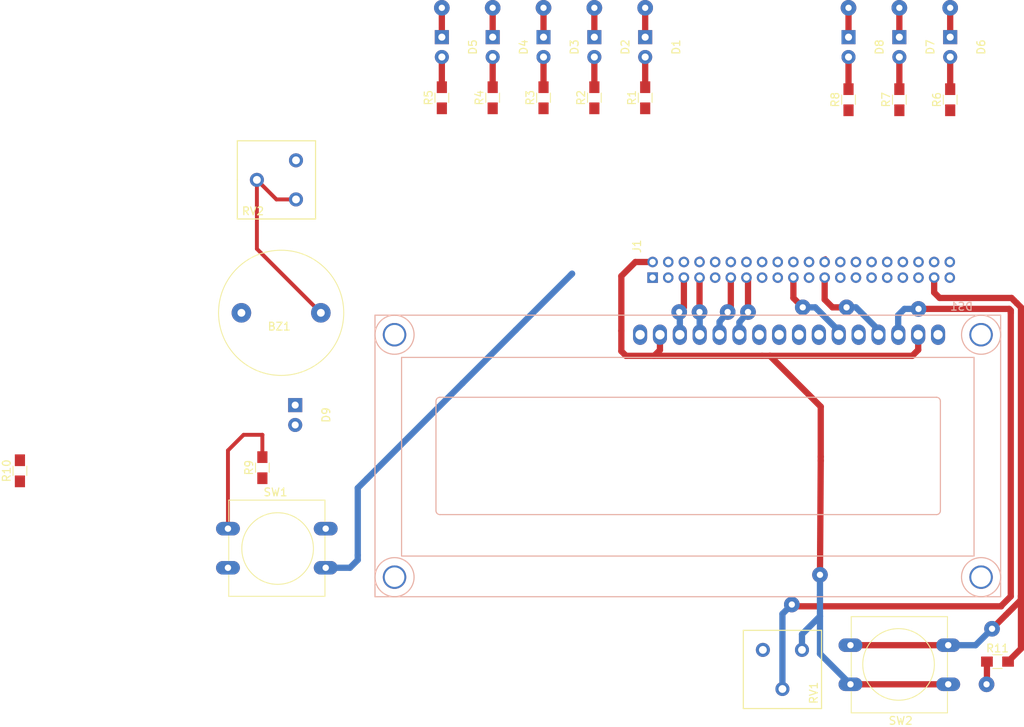
<source format=kicad_pcb>
(kicad_pcb (version 4) (host pcbnew 4.0.6-e0-6349~53~ubuntu14.04.1)

  (general
    (links 54)
    (no_connects 29)
    (area 0 0 0 0)
    (thickness 1.6)
    (drawings 0)
    (tracks 155)
    (zones 0)
    (modules 27)
    (nets 58)
  )

  (page A4)
  (layers
    (0 F.Cu signal)
    (31 B.Cu signal)
    (32 B.Adhes user)
    (33 F.Adhes user)
    (34 B.Paste user)
    (35 F.Paste user)
    (36 B.SilkS user)
    (37 F.SilkS user)
    (38 B.Mask user)
    (39 F.Mask user)
    (40 Dwgs.User user)
    (41 Cmts.User user)
    (42 Eco1.User user)
    (43 Eco2.User user)
    (44 Edge.Cuts user)
    (45 Margin user)
    (46 B.CrtYd user)
    (47 F.CrtYd user)
    (48 B.Fab user)
    (49 F.Fab user)
  )

  (setup
    (last_trace_width 0.8)
    (trace_clearance 0.4)
    (zone_clearance 0.508)
    (zone_45_only no)
    (trace_min 0.2)
    (segment_width 0.2)
    (edge_width 0.1)
    (via_size 2)
    (via_drill 0.8)
    (via_min_size 0.4)
    (via_min_drill 0.3)
    (uvia_size 0.3)
    (uvia_drill 0.1)
    (uvias_allowed no)
    (uvia_min_size 0.2)
    (uvia_min_drill 0.1)
    (pcb_text_width 0.3)
    (pcb_text_size 1.5 1.5)
    (mod_edge_width 0.15)
    (mod_text_size 1 1)
    (mod_text_width 0.15)
    (pad_size 1.35 1.35)
    (pad_drill 0.8)
    (pad_to_mask_clearance 0)
    (aux_axis_origin 0 0)
    (grid_origin 390.7 93.9)
    (visible_elements FFFFFF7F)
    (pcbplotparams
      (layerselection 0x00030_ffffffff)
      (usegerberextensions false)
      (excludeedgelayer true)
      (linewidth 0.100000)
      (plotframeref false)
      (viasonmask false)
      (mode 1)
      (useauxorigin false)
      (hpglpennumber 1)
      (hpglpenspeed 20)
      (hpglpendiameter 15)
      (hpglpenoverlay 2)
      (psnegative false)
      (psa4output false)
      (plotreference true)
      (plotvalue true)
      (plotinvisibletext false)
      (padsonsilk false)
      (subtractmaskfromsilk false)
      (outputformat 1)
      (mirror false)
      (drillshape 1)
      (scaleselection 1)
      (outputdirectory ""))
  )

  (net 0 "")
  (net 1 "Net-(BZ1-Pad1)")
  (net 2 GND)
  (net 3 /GPIO7)
  (net 4 /GPIO8)
  (net 5 /GPIO25)
  (net 6 /GPIO24)
  (net 7 /GPIO23)
  (net 8 /GPIO20)
  (net 9 /GPIO16)
  (net 10 /GPIO14)
  (net 11 /GPIO12)
  (net 12 "Net-(D9-Pad1)")
  (net 13 "Net-(DS1-Pad16)")
  (net 14 /GPIO3)
  (net 15 /GPIO4)
  (net 16 /GPIO17)
  (net 17 /GPIO27)
  (net 18 "Net-(DS1-Pad10)")
  (net 19 "Net-(DS1-Pad9)")
  (net 20 "Net-(DS1-Pad8)")
  (net 21 "Net-(DS1-Pad7)")
  (net 22 /GPIO10)
  (net 23 "Net-(DS1-Pad5)")
  (net 24 /GPIO11)
  (net 25 /CONT_DISP)
  (net 26 "Net-(J1-Pad40)")
  (net 27 "Net-(J1-Pad39)")
  (net 28 /GPIO26)
  (net 29 "Net-(J1-Pad34)")
  (net 30 "Net-(J1-Pad33)")
  (net 31 "Net-(J1-Pad31)")
  (net 32 "Net-(J1-Pad30)")
  (net 33 "Net-(J1-Pad29)")
  (net 34 "Net-(J1-Pad28)")
  (net 35 "Net-(J1-Pad27)")
  (net 36 "Net-(J1-Pad21)")
  (net 37 "Net-(J1-Pad20)")
  (net 38 "Net-(J1-Pad17)")
  (net 39 "Net-(J1-Pad15)")
  (net 40 "Net-(J1-Pad14)")
  (net 41 /GPIO18)
  (net 42 /GPIO15)
  (net 43 "Net-(J1-Pad9)")
  (net 44 "Net-(J1-Pad6)")
  (net 45 "Net-(J1-Pad4)")
  (net 46 "Net-(J1-Pad1)")
  (net 47 /5V)
  (net 48 "Net-(J1-Pad3)")
  (net 49 "Net-(D1-Pad2)")
  (net 50 "Net-(D2-Pad2)")
  (net 51 "Net-(D3-Pad2)")
  (net 52 "Net-(D4-Pad2)")
  (net 53 "Net-(D5-Pad2)")
  (net 54 "Net-(D6-Pad2)")
  (net 55 "Net-(D7-Pad2)")
  (net 56 "Net-(SW1-Pad1)")
  (net 57 "Net-(D8-Pad2)")

  (net_class Default "This is the default net class."
    (clearance 0.4)
    (trace_width 0.8)
    (via_dia 2)
    (via_drill 0.8)
    (uvia_dia 0.3)
    (uvia_drill 0.1)
    (add_net /5V)
    (add_net /CONT_DISP)
    (add_net /GPIO10)
    (add_net /GPIO11)
    (add_net /GPIO12)
    (add_net /GPIO14)
    (add_net /GPIO15)
    (add_net /GPIO16)
    (add_net /GPIO17)
    (add_net /GPIO18)
    (add_net /GPIO20)
    (add_net /GPIO23)
    (add_net /GPIO24)
    (add_net /GPIO25)
    (add_net /GPIO26)
    (add_net /GPIO27)
    (add_net /GPIO3)
    (add_net /GPIO4)
    (add_net /GPIO7)
    (add_net /GPIO8)
    (add_net GND)
    (add_net "Net-(BZ1-Pad1)")
    (add_net "Net-(D1-Pad2)")
    (add_net "Net-(D2-Pad2)")
    (add_net "Net-(D3-Pad2)")
    (add_net "Net-(D4-Pad2)")
    (add_net "Net-(D5-Pad2)")
    (add_net "Net-(D6-Pad2)")
    (add_net "Net-(D7-Pad2)")
    (add_net "Net-(D8-Pad2)")
    (add_net "Net-(D9-Pad1)")
    (add_net "Net-(DS1-Pad10)")
    (add_net "Net-(DS1-Pad16)")
    (add_net "Net-(DS1-Pad5)")
    (add_net "Net-(DS1-Pad7)")
    (add_net "Net-(DS1-Pad8)")
    (add_net "Net-(DS1-Pad9)")
    (add_net "Net-(J1-Pad1)")
    (add_net "Net-(J1-Pad14)")
    (add_net "Net-(J1-Pad15)")
    (add_net "Net-(J1-Pad17)")
    (add_net "Net-(J1-Pad20)")
    (add_net "Net-(J1-Pad21)")
    (add_net "Net-(J1-Pad27)")
    (add_net "Net-(J1-Pad28)")
    (add_net "Net-(J1-Pad29)")
    (add_net "Net-(J1-Pad3)")
    (add_net "Net-(J1-Pad30)")
    (add_net "Net-(J1-Pad31)")
    (add_net "Net-(J1-Pad33)")
    (add_net "Net-(J1-Pad34)")
    (add_net "Net-(J1-Pad39)")
    (add_net "Net-(J1-Pad4)")
    (add_net "Net-(J1-Pad40)")
    (add_net "Net-(J1-Pad6)")
    (add_net "Net-(J1-Pad9)")
    (add_net "Net-(SW1-Pad1)")
  )

  (module LEDs:LED_D5.0mm (layer F.Cu) (tedit 595D05AF) (tstamp 595CF620)
    (at 244.75 26.75 270)
    (descr "LED, diameter 5.0mm, 2 pins, http://cdn-reichelt.de/documents/datenblatt/A500/LL-504BC2E-009.pdf")
    (tags "LED diameter 5.0mm 2 pins")
    (path /595D25A0)
    (fp_text reference D8 (at 1.27 -3.96 270) (layer F.SilkS)
      (effects (font (size 1 1) (thickness 0.15)))
    )
    (fp_text value LED (at 1.27 3.96 270) (layer F.Fab)
      (effects (font (size 1 1) (thickness 0.15)))
    )
    (fp_line (start -1.95 -3.25) (end -1.95 3.25) (layer F.CrtYd) (width 0.05))
    (fp_line (start -1.95 3.25) (end 4.5 3.25) (layer F.CrtYd) (width 0.05))
    (fp_line (start 4.5 3.25) (end 4.5 -3.25) (layer F.CrtYd) (width 0.05))
    (fp_line (start 4.5 -3.25) (end -1.95 -3.25) (layer F.CrtYd) (width 0.05))
    (pad 1 thru_hole rect (at 0 0 270) (size 1.8 1.8) (drill 0.9) (layers *.Cu *.Mask)
      (net 2 GND))
    (pad 2 thru_hole circle (at 2.54 0 270) (size 1.8 1.8) (drill 0.9) (layers *.Cu *.Mask)
      (net 57 "Net-(D8-Pad2)"))
    (model LEDs.3dshapes/LED_D5.0mm.wrl
      (at (xyz 0 0 0))
      (scale (xyz 0.393701 0.393701 0.393701))
      (rotate (xyz 0 0 0))
    )
  )

  (module LEDs:LED_D5.0mm (layer F.Cu) (tedit 595D04B4) (tstamp 595CF616)
    (at 257.75 26.75 270)
    (descr "LED, diameter 5.0mm, 2 pins, http://cdn-reichelt.de/documents/datenblatt/A500/LL-504BC2E-009.pdf")
    (tags "LED diameter 5.0mm 2 pins")
    (path /595D2D97)
    (fp_text reference D6 (at 1.27 -3.96 270) (layer F.SilkS)
      (effects (font (size 1 1) (thickness 0.15)))
    )
    (fp_text value LED (at 1.27 3.96 270) (layer F.Fab)
      (effects (font (size 1 1) (thickness 0.15)))
    )
    (fp_line (start -1.95 -3.25) (end -1.95 3.25) (layer F.CrtYd) (width 0.05))
    (fp_line (start -1.95 3.25) (end 4.5 3.25) (layer F.CrtYd) (width 0.05))
    (fp_line (start 4.5 3.25) (end 4.5 -3.25) (layer F.CrtYd) (width 0.05))
    (fp_line (start 4.5 -3.25) (end -1.95 -3.25) (layer F.CrtYd) (width 0.05))
    (pad 1 thru_hole rect (at 0 0 270) (size 1.8 1.8) (drill 0.9) (layers *.Cu *.Mask)
      (net 2 GND))
    (pad 2 thru_hole circle (at 2.54 0 270) (size 1.8 1.8) (drill 0.9) (layers *.Cu *.Mask)
      (net 54 "Net-(D6-Pad2)"))
    (model LEDs.3dshapes/LED_D5.0mm.wrl
      (at (xyz 0 0 0))
      (scale (xyz 0.393701 0.393701 0.393701))
      (rotate (xyz 0 0 0))
    )
  )

  (module LEDs:LED_D5.0mm (layer F.Cu) (tedit 595D04A4) (tstamp 595CF61B)
    (at 251.25 26.75 270)
    (descr "LED, diameter 5.0mm, 2 pins, http://cdn-reichelt.de/documents/datenblatt/A500/LL-504BC2E-009.pdf")
    (tags "LED diameter 5.0mm 2 pins")
    (path /595D2987)
    (fp_text reference D7 (at 1.27 -3.96 270) (layer F.SilkS)
      (effects (font (size 1 1) (thickness 0.15)))
    )
    (fp_text value LED (at 1.27 3.96 270) (layer F.Fab)
      (effects (font (size 1 1) (thickness 0.15)))
    )
    (fp_line (start -1.95 -3.25) (end -1.95 3.25) (layer F.CrtYd) (width 0.05))
    (fp_line (start -1.95 3.25) (end 4.5 3.25) (layer F.CrtYd) (width 0.05))
    (fp_line (start 4.5 3.25) (end 4.5 -3.25) (layer F.CrtYd) (width 0.05))
    (fp_line (start 4.5 -3.25) (end -1.95 -3.25) (layer F.CrtYd) (width 0.05))
    (pad 1 thru_hole rect (at 0 0 270) (size 1.8 1.8) (drill 0.9) (layers *.Cu *.Mask)
      (net 2 GND))
    (pad 2 thru_hole circle (at 2.54 0 270) (size 1.8 1.8) (drill 0.9) (layers *.Cu *.Mask)
      (net 55 "Net-(D7-Pad2)"))
    (model LEDs.3dshapes/LED_D5.0mm.wrl
      (at (xyz 0 0 0))
      (scale (xyz 0.393701 0.393701 0.393701))
      (rotate (xyz 0 0 0))
    )
  )

  (module LEDs:LED_D5.0mm (layer F.Cu) (tedit 595D0494) (tstamp 595CF625)
    (at 174 73.8 270)
    (descr "LED, diameter 5.0mm, 2 pins, http://cdn-reichelt.de/documents/datenblatt/A500/LL-504BC2E-009.pdf")
    (tags "LED diameter 5.0mm 2 pins")
    (path /5953B956)
    (fp_text reference D9 (at 1.27 -3.96 270) (layer F.SilkS)
      (effects (font (size 1 1) (thickness 0.15)))
    )
    (fp_text value LED (at 1.27 3.96 270) (layer F.Fab)
      (effects (font (size 1 1) (thickness 0.15)))
    )
    (fp_line (start -1.95 -3.25) (end -1.95 3.25) (layer F.CrtYd) (width 0.05))
    (fp_line (start -1.95 3.25) (end 4.5 3.25) (layer F.CrtYd) (width 0.05))
    (fp_line (start 4.5 3.25) (end 4.5 -3.25) (layer F.CrtYd) (width 0.05))
    (fp_line (start 4.5 -3.25) (end -1.95 -3.25) (layer F.CrtYd) (width 0.05))
    (pad 1 thru_hole rect (at 0 0 270) (size 1.8 1.8) (drill 0.9) (layers *.Cu *.Mask)
      (net 12 "Net-(D9-Pad1)"))
    (pad 2 thru_hole circle (at 2.54 0 270) (size 1.8 1.8) (drill 0.9) (layers *.Cu *.Mask)
      (net 42 /GPIO15))
    (model LEDs.3dshapes/LED_D5.0mm.wrl
      (at (xyz 0 0 0))
      (scale (xyz 0.393701 0.393701 0.393701))
      (rotate (xyz 0 0 0))
    )
  )

  (module LEDs:LED_D5.0mm (layer F.Cu) (tedit 595D0479) (tstamp 595CF5FD)
    (at 218.75 26.75 270)
    (descr "LED, diameter 5.0mm, 2 pins, http://cdn-reichelt.de/documents/datenblatt/A500/LL-504BC2E-009.pdf")
    (tags "LED diameter 5.0mm 2 pins")
    (path /595D1F55)
    (fp_text reference D1 (at 1.27 -3.96 270) (layer F.SilkS)
      (effects (font (size 1 1) (thickness 0.15)))
    )
    (fp_text value LED (at 1.27 3.96 270) (layer F.Fab)
      (effects (font (size 1 1) (thickness 0.15)))
    )
    (fp_line (start -1.95 -3.25) (end -1.95 3.25) (layer F.CrtYd) (width 0.05))
    (fp_line (start -1.95 3.25) (end 4.5 3.25) (layer F.CrtYd) (width 0.05))
    (fp_line (start 4.5 3.25) (end 4.5 -3.25) (layer F.CrtYd) (width 0.05))
    (fp_line (start 4.5 -3.25) (end -1.95 -3.25) (layer F.CrtYd) (width 0.05))
    (pad 1 thru_hole rect (at 0 0 270) (size 1.8 1.8) (drill 0.9) (layers *.Cu *.Mask)
      (net 2 GND))
    (pad 2 thru_hole circle (at 2.54 0 270) (size 1.8 1.8) (drill 0.9) (layers *.Cu *.Mask)
      (net 49 "Net-(D1-Pad2)"))
    (model LEDs.3dshapes/LED_D5.0mm.wrl
      (at (xyz 0 0 0))
      (scale (xyz 0.393701 0.393701 0.393701))
      (rotate (xyz 0 0 0))
    )
  )

  (module LEDs:LED_D5.0mm (layer F.Cu) (tedit 595D046A) (tstamp 595CF602)
    (at 212.25 26.75 270)
    (descr "LED, diameter 5.0mm, 2 pins, http://cdn-reichelt.de/documents/datenblatt/A500/LL-504BC2E-009.pdf")
    (tags "LED diameter 5.0mm 2 pins")
    (path /595D1B7E)
    (fp_text reference D2 (at 1.27 -3.96 270) (layer F.SilkS)
      (effects (font (size 1 1) (thickness 0.15)))
    )
    (fp_text value LED (at 1.27 3.96 270) (layer F.Fab)
      (effects (font (size 1 1) (thickness 0.15)))
    )
    (fp_line (start -1.95 -3.25) (end -1.95 3.25) (layer F.CrtYd) (width 0.05))
    (fp_line (start -1.95 3.25) (end 4.5 3.25) (layer F.CrtYd) (width 0.05))
    (fp_line (start 4.5 3.25) (end 4.5 -3.25) (layer F.CrtYd) (width 0.05))
    (fp_line (start 4.5 -3.25) (end -1.95 -3.25) (layer F.CrtYd) (width 0.05))
    (pad 1 thru_hole rect (at 0 0 270) (size 1.8 1.8) (drill 0.9) (layers *.Cu *.Mask)
      (net 2 GND))
    (pad 2 thru_hole circle (at 2.54 0 270) (size 1.8 1.8) (drill 0.9) (layers *.Cu *.Mask)
      (net 50 "Net-(D2-Pad2)"))
    (model LEDs.3dshapes/LED_D5.0mm.wrl
      (at (xyz 0 0 0))
      (scale (xyz 0.393701 0.393701 0.393701))
      (rotate (xyz 0 0 0))
    )
  )

  (module LEDs:LED_D5.0mm (layer F.Cu) (tedit 595D0456) (tstamp 595CF607)
    (at 205.75 26.75 270)
    (descr "LED, diameter 5.0mm, 2 pins, http://cdn-reichelt.de/documents/datenblatt/A500/LL-504BC2E-009.pdf")
    (tags "LED diameter 5.0mm 2 pins")
    (path /595D1766)
    (fp_text reference D3 (at 1.27 -3.96 270) (layer F.SilkS)
      (effects (font (size 1 1) (thickness 0.15)))
    )
    (fp_text value LED (at 1.27 3.96 270) (layer F.Fab)
      (effects (font (size 1 1) (thickness 0.15)))
    )
    (fp_line (start -1.95 -3.25) (end -1.95 3.25) (layer F.CrtYd) (width 0.05))
    (fp_line (start -1.95 3.25) (end 4.5 3.25) (layer F.CrtYd) (width 0.05))
    (fp_line (start 4.5 3.25) (end 4.5 -3.25) (layer F.CrtYd) (width 0.05))
    (fp_line (start 4.5 -3.25) (end -1.95 -3.25) (layer F.CrtYd) (width 0.05))
    (pad 1 thru_hole rect (at 0 0 270) (size 1.8 1.8) (drill 0.9) (layers *.Cu *.Mask)
      (net 2 GND))
    (pad 2 thru_hole circle (at 2.54 0 270) (size 1.8 1.8) (drill 0.9) (layers *.Cu *.Mask)
      (net 51 "Net-(D3-Pad2)"))
    (model LEDs.3dshapes/LED_D5.0mm.wrl
      (at (xyz 0 0 0))
      (scale (xyz 0.393701 0.393701 0.393701))
      (rotate (xyz 0 0 0))
    )
  )

  (module LEDs:LED_D5.0mm (layer F.Cu) (tedit 595D043D) (tstamp 595CF60C)
    (at 199.25 26.75 270)
    (descr "LED, diameter 5.0mm, 2 pins, http://cdn-reichelt.de/documents/datenblatt/A500/LL-504BC2E-009.pdf")
    (tags "LED diameter 5.0mm 2 pins")
    (path /5953B286)
    (fp_text reference D4 (at 1.27 -3.96 270) (layer F.SilkS)
      (effects (font (size 1 1) (thickness 0.15)))
    )
    (fp_text value LED (at 1.27 3.96 270) (layer F.Fab)
      (effects (font (size 1 1) (thickness 0.15)))
    )
    (fp_line (start -1.95 -3.25) (end -1.95 3.25) (layer F.CrtYd) (width 0.05))
    (fp_line (start -1.95 3.25) (end 4.5 3.25) (layer F.CrtYd) (width 0.05))
    (fp_line (start 4.5 3.25) (end 4.5 -3.25) (layer F.CrtYd) (width 0.05))
    (fp_line (start 4.5 -3.25) (end -1.95 -3.25) (layer F.CrtYd) (width 0.05))
    (pad 1 thru_hole rect (at 0 0 270) (size 1.8 1.8) (drill 0.9) (layers *.Cu *.Mask)
      (net 2 GND))
    (pad 2 thru_hole circle (at 2.54 0 270) (size 1.8 1.8) (drill 0.9) (layers *.Cu *.Mask)
      (net 52 "Net-(D4-Pad2)"))
    (model LEDs.3dshapes/LED_D5.0mm.wrl
      (at (xyz 0 0 0))
      (scale (xyz 0.393701 0.393701 0.393701))
      (rotate (xyz 0 0 0))
    )
  )

  (module LEDs:LED_D5.0mm (layer F.Cu) (tedit 595D042B) (tstamp 595CF611)
    (at 192.75 26.75 270)
    (descr "LED, diameter 5.0mm, 2 pins, http://cdn-reichelt.de/documents/datenblatt/A500/LL-504BC2E-009.pdf")
    (tags "LED diameter 5.0mm 2 pins")
    (path /5953B2BF)
    (fp_text reference D5 (at 1.27 -3.96 270) (layer F.SilkS)
      (effects (font (size 1 1) (thickness 0.15)))
    )
    (fp_text value LED (at 1.27 3.96 270) (layer F.Fab)
      (effects (font (size 1 1) (thickness 0.15)))
    )
    (fp_line (start -1.95 -3.25) (end -1.95 3.25) (layer F.CrtYd) (width 0.05))
    (fp_line (start -1.95 3.25) (end 4.5 3.25) (layer F.CrtYd) (width 0.05))
    (fp_line (start 4.5 3.25) (end 4.5 -3.25) (layer F.CrtYd) (width 0.05))
    (fp_line (start 4.5 -3.25) (end -1.95 -3.25) (layer F.CrtYd) (width 0.05))
    (pad 1 thru_hole rect (at 0 0 270) (size 1.8 1.8) (drill 0.9) (layers *.Cu *.Mask)
      (net 2 GND))
    (pad 2 thru_hole circle (at 2.54 0 270) (size 1.8 1.8) (drill 0.9) (layers *.Cu *.Mask)
      (net 53 "Net-(D5-Pad2)"))
    (model LEDs.3dshapes/LED_D5.0mm.wrl
      (at (xyz 0 0 0))
      (scale (xyz 0.393701 0.393701 0.393701))
      (rotate (xyz 0 0 0))
    )
  )

  (module Pin_Headers:Pin_Header_Angled_2x20_Pitch2.00mm (layer F.Cu) (tedit 595D2A69) (tstamp 595CE890)
    (at 219.7 57.5 90)
    (descr "Through hole angled pin header, 2x20, 2.00mm pitch, 4mm pin length, double rows")
    (tags "Through hole angled pin header THT 2x20 2.00mm double row")
    (path /4F83263C)
    (fp_text reference J1 (at 4 -2 90) (layer F.SilkS)
      (effects (font (size 1 1) (thickness 0.15)))
    )
    (fp_text value CONN_02X20 (at 4 40 90) (layer F.Fab)
      (effects (font (size 1 1) (thickness 0.15)))
    )
    (fp_text user %R (at 4 -2 90) (layer F.Fab)
      (effects (font (size 1 1) (thickness 0.15)))
    )
    (fp_line (start 0 31.75) (end 0 32.25) (layer F.Fab) (width 0.1))
    (pad 40 thru_hole oval (at 2 38 90) (size 1.35 1.35) (drill 0.8) (layers *.Cu *.Mask)
      (net 26 "Net-(J1-Pad40)"))
    (pad 39 thru_hole oval (at 0 38 90) (size 1.35 1.35) (drill 0.8) (layers *.Cu *.Mask)
      (net 27 "Net-(J1-Pad39)"))
    (pad 38 thru_hole oval (at 2 36 90) (size 1.35 1.35) (drill 0.8) (layers *.Cu *.Mask)
      (net 8 /GPIO20))
    (pad 37 thru_hole oval (at 0 36 90) (size 1.35 1.35) (drill 0.8) (layers *.Cu *.Mask)
      (net 28 /GPIO26))
    (pad 36 thru_hole oval (at 2 34 90) (size 1.35 1.35) (drill 0.8) (layers *.Cu *.Mask)
      (net 9 /GPIO16))
    (pad 35 thru_hole oval (at 0 34 90) (size 1.35 1.35) (drill 0.8) (layers *.Cu *.Mask))
    (pad 34 thru_hole oval (at 2 32 90) (size 1.35 1.35) (drill 0.8) (layers *.Cu *.Mask)
      (net 29 "Net-(J1-Pad34)"))
    (pad 33 thru_hole oval (at 0 32 90) (size 1.35 1.35) (drill 0.8) (layers *.Cu *.Mask)
      (net 30 "Net-(J1-Pad33)"))
    (pad 32 thru_hole oval (at 2 30 90) (size 1.35 1.35) (drill 0.8) (layers *.Cu *.Mask)
      (net 11 /GPIO12))
    (pad 31 thru_hole oval (at 0 30 90) (size 1.35 1.35) (drill 0.8) (layers *.Cu *.Mask)
      (net 31 "Net-(J1-Pad31)"))
    (pad 30 thru_hole oval (at 2 28 90) (size 1.35 1.35) (drill 0.8) (layers *.Cu *.Mask)
      (net 32 "Net-(J1-Pad30)"))
    (pad 29 thru_hole oval (at 0 28 90) (size 1.35 1.35) (drill 0.8) (layers *.Cu *.Mask)
      (net 33 "Net-(J1-Pad29)"))
    (pad 28 thru_hole oval (at 2 26 90) (size 1.35 1.35) (drill 0.8) (layers *.Cu *.Mask)
      (net 34 "Net-(J1-Pad28)"))
    (pad 27 thru_hole oval (at 0 26 90) (size 1.35 1.35) (drill 0.8) (layers *.Cu *.Mask)
      (net 35 "Net-(J1-Pad27)"))
    (pad 26 thru_hole oval (at 2 24 90) (size 1.35 1.35) (drill 0.8) (layers *.Cu *.Mask)
      (net 3 /GPIO7))
    (pad 25 thru_hole oval (at 0 24 90) (size 1.35 1.35) (drill 0.8) (layers *.Cu *.Mask)
      (net 2 GND))
    (pad 24 thru_hole oval (at 2 22 90) (size 1.35 1.35) (drill 0.8) (layers *.Cu *.Mask)
      (net 4 /GPIO8))
    (pad 23 thru_hole oval (at 0 22 90) (size 1.35 1.35) (drill 0.8) (layers *.Cu *.Mask)
      (net 24 /GPIO11))
    (pad 22 thru_hole oval (at 2 20 90) (size 1.35 1.35) (drill 0.8) (layers *.Cu *.Mask)
      (net 5 /GPIO25))
    (pad 21 thru_hole oval (at 0 20 90) (size 1.35 1.35) (drill 0.8) (layers *.Cu *.Mask)
      (net 36 "Net-(J1-Pad21)"))
    (pad 20 thru_hole oval (at 2 18 90) (size 1.35 1.35) (drill 0.8) (layers *.Cu *.Mask)
      (net 37 "Net-(J1-Pad20)"))
    (pad 19 thru_hole oval (at 0 18 90) (size 1.35 1.35) (drill 0.8) (layers *.Cu *.Mask)
      (net 22 /GPIO10))
    (pad 18 thru_hole oval (at 2 16 90) (size 1.35 1.35) (drill 0.8) (layers *.Cu *.Mask)
      (net 6 /GPIO24))
    (pad 17 thru_hole oval (at 0 16 90) (size 1.35 1.35) (drill 0.8) (layers *.Cu *.Mask)
      (net 38 "Net-(J1-Pad17)"))
    (pad 16 thru_hole oval (at 2 14 90) (size 1.35 1.35) (drill 0.8) (layers *.Cu *.Mask)
      (net 7 /GPIO23))
    (pad 15 thru_hole oval (at 0 14 90) (size 1.35 1.35) (drill 0.8) (layers *.Cu *.Mask)
      (net 39 "Net-(J1-Pad15)"))
    (pad 14 thru_hole oval (at 2 12 90) (size 1.35 1.35) (drill 0.8) (layers *.Cu *.Mask)
      (net 40 "Net-(J1-Pad14)"))
    (pad 13 thru_hole oval (at 0 12 90) (size 1.35 1.35) (drill 0.8) (layers *.Cu *.Mask)
      (net 17 /GPIO27))
    (pad 12 thru_hole oval (at 2 10 90) (size 1.35 1.35) (drill 0.8) (layers *.Cu *.Mask)
      (net 41 /GPIO18))
    (pad 11 thru_hole oval (at 0 10 90) (size 1.35 1.35) (drill 0.8) (layers *.Cu *.Mask)
      (net 16 /GPIO17))
    (pad 10 thru_hole oval (at 2 8 90) (size 1.35 1.35) (drill 0.8) (layers *.Cu *.Mask)
      (net 42 /GPIO15))
    (pad 9 thru_hole oval (at 0 8 90) (size 1.35 1.35) (drill 0.8) (layers *.Cu *.Mask)
      (net 43 "Net-(J1-Pad9)"))
    (pad 8 thru_hole oval (at 2 6 90) (size 1.35 1.35) (drill 0.8) (layers *.Cu *.Mask)
      (net 10 /GPIO14))
    (pad 7 thru_hole oval (at 0 6 90) (size 1.35 1.35) (drill 0.8) (layers *.Cu *.Mask)
      (net 15 /GPIO4))
    (pad 6 thru_hole oval (at 2 4 90) (size 1.35 1.35) (drill 0.8) (layers *.Cu *.Mask)
      (net 44 "Net-(J1-Pad6)"))
    (pad 5 thru_hole oval (at 0 4 90) (size 1.35 1.35) (drill 0.8) (layers *.Cu *.Mask)
      (net 14 /GPIO3))
    (pad 4 thru_hole oval (at 2 2 90) (size 1.35 1.35) (drill 0.8) (layers *.Cu *.Mask)
      (net 45 "Net-(J1-Pad4)"))
    (pad 3 thru_hole oval (at 0 2 90) (size 1.35 1.35) (drill 0.8) (layers *.Cu *.Mask)
      (net 48 "Net-(J1-Pad3)"))
    (pad 2 thru_hole oval (at 2 0 90) (size 1.35 1.35) (drill 0.8) (layers *.Cu *.Mask)
      (net 47 /5V))
    (pad 1 thru_hole rect (at 0 0 90) (size 1.35 1.35) (drill 0.8) (layers *.Cu *.Mask)
      (net 46 "Net-(J1-Pad1)"))
    (model ${KISYS3DMOD}/Pin_Headers.3dshapes/Pin_Header_Angled_2x20_Pitch2.00mm.wrl
      (at (xyz 0.03937 -0.748031 0))
      (scale (xyz 1 1 1))
      (rotate (xyz 0 0 90))
    )
  )

  (module Potentiometers:Potentiometer_Alps_RK09K_Vertical (layer F.Cu) (tedit 595D2A3E) (tstamp 595A61D3)
    (at 236.3 107.6 270)
    (descr "Potentiometer, vertically mounted, Omeg PC16PU, Omeg PC16PU, Omeg PC16PU, Vishay/Spectrol 248GJ/249GJ Single, Vishay/Spectrol 248GJ/249GJ Single, Vishay/Spectrol 248GJ/249GJ Single, Vishay/Spectrol 248GH/249GH Single, Vishay/Spectrol 148/149 Single, Vishay/Spectrol 148/149 Single, Vishay/Spectrol 148/149 Single, Vishay/Spectrol 148A/149A Single with mounting plates, Vishay/Spectrol 148/149 Double, Vishay/Spectrol 148A/149A Double with mounting plates, Piher PC-16 Single, Piher PC-16 Single, Piher PC-16 Single, Piher PC-16SV Single, Piher PC-16 Double, Piher PC-16 Triple, Piher T16H Single, Piher T16L Single, Piher T16H Double, Alps RK163 Single, Alps RK163 Double, Alps RK097 Single, Alps RK097 Double, Bourns PTV09A-2 Single with mounting sleve Single, Bourns PTV09A-1 with mounting sleve Single, Bourns PRS11S Single, Alps RK09K Single with mounting sleve Single, http://www.alps.com/prod/info/E/HTML/Potentiometer/RotaryPotentiometers/RK09K/RK09K1110A2S.html")
    (tags "Potentiometer vertical  Omeg PC16PU  Omeg PC16PU  Omeg PC16PU  Vishay/Spectrol 248GJ/249GJ Single  Vishay/Spectrol 248GJ/249GJ Single  Vishay/Spectrol 248GJ/249GJ Single  Vishay/Spectrol 248GH/249GH Single  Vishay/Spectrol 148/149 Single  Vishay/Spectrol 148/149 Single  Vishay/Spectrol 148/149 Single  Vishay/Spectrol 148A/149A Single with mounting plates  Vishay/Spectrol 148/149 Double  Vishay/Spectrol 148A/149A Double with mounting plates  Piher PC-16 Single  Piher PC-16 Single  Piher PC-16 Single  Piher PC-16SV Single  Piher PC-16 Double  Piher PC-16 Triple  Piher T16H Single  Piher T16L Single  Piher T16H Double  Alps RK163 Single  Alps RK163 Double  Alps RK097 Single  Alps RK097 Double  Bourns PTV09A-2 Single with mounting sleve Single  Bourns PTV09A-1 with mounting sleve Single  Bourns PRS11S Single  Alps RK09K Single with mounting sleve Single")
    (path /5953CDB7)
    (fp_text reference RV1 (at 3 -4 270) (layer F.SilkS)
      (effects (font (size 1 1) (thickness 0.15)))
    )
    (fp_text value POT (at 3 4 270) (layer F.Fab)
      (effects (font (size 1 1) (thickness 0.15)))
    )
    (fp_line (start 5 0) (end 5 -5) (layer F.SilkS) (width 0.15))
    (fp_line (start 5 -5) (end -5 -5) (layer F.SilkS) (width 0.15))
    (fp_line (start -5 -5) (end -5 5) (layer F.SilkS) (width 0.15))
    (fp_line (start -5 5) (end 5 5) (layer F.SilkS) (width 0.15))
    (fp_line (start 5 5) (end 5 0) (layer F.SilkS) (width 0.15))
    (pad 1 thru_hole circle (at -2.5 -2.5 270) (size 1.8 1.8) (drill 1) (layers *.Cu *.Mask)
      (net 47 /5V))
    (pad 3 thru_hole circle (at -2.5 2.5 270) (size 1.8 1.8) (drill 1) (layers *.Cu *.Mask)
      (net 2 GND))
    (pad 2 thru_hole circle (at 2.5 0 270) (size 1.8 1.8) (drill 1) (layers *.Cu *.Mask)
      (net 25 /CONT_DISP))
    (model Potentiometers.3dshapes/Potentiometer_Alps_RK09K_Vertical.wrl
      (at (xyz 0 0 0))
      (scale (xyz 0.393701 0.393701 0.393701))
      (rotate (xyz 0 0 0))
    )
  )

  (module Potentiometers:Potentiometer_Alps_RK09K_Vertical (layer F.Cu) (tedit 595A625F) (tstamp 595A61DB)
    (at 171.6 45 180)
    (descr "Potentiometer, vertically mounted, Omeg PC16PU, Omeg PC16PU, Omeg PC16PU, Vishay/Spectrol 248GJ/249GJ Single, Vishay/Spectrol 248GJ/249GJ Single, Vishay/Spectrol 248GJ/249GJ Single, Vishay/Spectrol 248GH/249GH Single, Vishay/Spectrol 148/149 Single, Vishay/Spectrol 148/149 Single, Vishay/Spectrol 148/149 Single, Vishay/Spectrol 148A/149A Single with mounting plates, Vishay/Spectrol 148/149 Double, Vishay/Spectrol 148A/149A Double with mounting plates, Piher PC-16 Single, Piher PC-16 Single, Piher PC-16 Single, Piher PC-16SV Single, Piher PC-16 Double, Piher PC-16 Triple, Piher T16H Single, Piher T16L Single, Piher T16H Double, Alps RK163 Single, Alps RK163 Double, Alps RK097 Single, Alps RK097 Double, Bourns PTV09A-2 Single with mounting sleve Single, Bourns PTV09A-1 with mounting sleve Single, Bourns PRS11S Single, Alps RK09K Single with mounting sleve Single, http://www.alps.com/prod/info/E/HTML/Potentiometer/RotaryPotentiometers/RK09K/RK09K1110A2S.html")
    (tags "Potentiometer vertical  Omeg PC16PU  Omeg PC16PU  Omeg PC16PU  Vishay/Spectrol 248GJ/249GJ Single  Vishay/Spectrol 248GJ/249GJ Single  Vishay/Spectrol 248GJ/249GJ Single  Vishay/Spectrol 248GH/249GH Single  Vishay/Spectrol 148/149 Single  Vishay/Spectrol 148/149 Single  Vishay/Spectrol 148/149 Single  Vishay/Spectrol 148A/149A Single with mounting plates  Vishay/Spectrol 148/149 Double  Vishay/Spectrol 148A/149A Double with mounting plates  Piher PC-16 Single  Piher PC-16 Single  Piher PC-16 Single  Piher PC-16SV Single  Piher PC-16 Double  Piher PC-16 Triple  Piher T16H Single  Piher T16L Single  Piher T16H Double  Alps RK163 Single  Alps RK163 Double  Alps RK097 Single  Alps RK097 Double  Bourns PTV09A-2 Single with mounting sleve Single  Bourns PTV09A-1 with mounting sleve Single  Bourns PRS11S Single  Alps RK09K Single with mounting sleve Single")
    (path /595810A8)
    (fp_text reference RV2 (at 3 -4 180) (layer F.SilkS)
      (effects (font (size 1 1) (thickness 0.15)))
    )
    (fp_text value POT (at 3 4 180) (layer F.Fab)
      (effects (font (size 1 1) (thickness 0.15)))
    )
    (fp_line (start 5 0) (end 5 5) (layer F.SilkS) (width 0.15))
    (fp_line (start 5 5) (end -5 5) (layer F.SilkS) (width 0.15))
    (fp_line (start -5 5) (end -5 -5) (layer F.SilkS) (width 0.15))
    (fp_line (start -5 -5) (end 5 -5) (layer F.SilkS) (width 0.15))
    (fp_line (start 5 -5) (end 5 0) (layer F.SilkS) (width 0.15))
    (pad 3 thru_hole circle (at -2.5 2.5 180) (size 1.8 1.8) (drill 1) (layers *.Cu *.Mask)
      (net 41 /GPIO18))
    (pad 1 thru_hole circle (at -2.5 -2.5 180) (size 1.8 1.8) (drill 1) (layers *.Cu *.Mask)
      (net 1 "Net-(BZ1-Pad1)"))
    (pad 2 thru_hole circle (at 2.5 0 180) (size 1.8 1.8) (drill 1) (layers *.Cu *.Mask)
      (net 1 "Net-(BZ1-Pad1)"))
    (model Potentiometers.3dshapes/Potentiometer_Alps_RK09K_Vertical.wrl
      (at (xyz 0 0 0))
      (scale (xyz 0.393701 0.393701 0.393701))
      (rotate (xyz 0 0 0))
    )
  )

  (module Buzzers_Beepers:BUZZER (layer F.Cu) (tedit 0) (tstamp 595CE522)
    (at 172.2 62 180)
    (path /59569201)
    (fp_text reference BZ1 (at 0.24892 -1.75006 180) (layer F.SilkS)
      (effects (font (size 1 1) (thickness 0.15)))
    )
    (fp_text value Buzzer (at 0 1.50114 180) (layer F.Fab)
      (effects (font (size 1 1) (thickness 0.15)))
    )
    (fp_circle (center 0 0) (end 8.001 0.24892) (layer F.SilkS) (width 0.12))
    (pad 1 thru_hole circle (at -5.08 0 180) (size 2.49936 2.49936) (drill 1.00076) (layers *.Cu *.Mask)
      (net 1 "Net-(BZ1-Pad1)"))
    (pad 2 thru_hole circle (at 5.08 0 180) (size 2.49936 2.49936) (drill 1.00076) (layers *.Cu *.Mask)
      (net 2 GND))
  )

  (module Displays:WC1602A (layer B.Cu) (tedit 0) (tstamp 595CE6C8)
    (at 256.2 64.8 180)
    (descr http://www.kamami.pl/dl/wc1602a0.pdf)
    (tags "LCD 16x2 Alphanumeric 16pin")
    (path /5953A57A)
    (fp_text reference DS1 (at -2.99974 3.59918 180) (layer B.SilkS)
      (effects (font (size 1 1) (thickness 0.15)) (justify mirror))
    )
    (fp_text value LCD16X2 (at 31.99892 -15.49908 180) (layer B.Fab)
      (effects (font (size 1 1) (thickness 0.15)) (justify mirror))
    )
    (fp_line (start -8.001 -33.50006) (end -8.001 2.49936) (layer B.SilkS) (width 0.15))
    (fp_line (start 71.99884 -33.50006) (end -8.001 -33.50006) (layer B.SilkS) (width 0.15))
    (fp_line (start 71.99884 2.49936) (end 71.99884 -33.50006) (layer B.SilkS) (width 0.15))
    (fp_line (start -8.001 2.49936) (end 71.99884 2.49936) (layer B.SilkS) (width 0.15))
    (fp_circle (center -5.4991 0) (end -2.99974 0) (layer B.SilkS) (width 0.15))
    (fp_circle (center -5.4991 -31.0007) (end -8.001 -31.0007) (layer B.SilkS) (width 0.15))
    (fp_circle (center 69.49948 -31.0007) (end 71.99884 -31.0007) (layer B.SilkS) (width 0.15))
    (fp_circle (center 69.49948 0) (end 71.99884 0) (layer B.SilkS) (width 0.15))
    (fp_line (start -4.59994 -28.30068) (end -4.59994 -2.90068) (layer B.SilkS) (width 0.15))
    (fp_line (start 68.60032 -28.30068) (end -4.59994 -28.30068) (layer B.SilkS) (width 0.15))
    (fp_line (start 68.60032 -2.90068) (end 68.60032 -28.30068) (layer B.SilkS) (width 0.15))
    (fp_line (start -4.59994 -2.90068) (end 68.60032 -2.90068) (layer B.SilkS) (width 0.15))
    (fp_arc (start 0.20066 -8.49884) (end -0.29972 -8.49884) (angle -90) (layer B.SilkS) (width 0.15))
    (fp_arc (start 0.20066 -22.49932) (end 0.20066 -22.9997) (angle -90) (layer B.SilkS) (width 0.15))
    (fp_arc (start 63.70066 -22.49932) (end 64.20104 -22.49932) (angle -90) (layer B.SilkS) (width 0.15))
    (fp_arc (start 63.70066 -8.49884) (end 63.70066 -8.001) (angle -90) (layer B.SilkS) (width 0.15))
    (fp_line (start 64.20104 -8.49884) (end 64.20104 -22.49932) (layer B.SilkS) (width 0.15))
    (fp_line (start 63.70066 -22.9997) (end 0.20066 -22.9997) (layer B.SilkS) (width 0.15))
    (fp_line (start -0.29972 -22.49932) (end -0.29972 -8.49884) (layer B.SilkS) (width 0.15))
    (fp_line (start 0.20066 -8.001) (end 63.70066 -8.001) (layer B.SilkS) (width 0.15))
    (pad 0 thru_hole circle (at 69.49948 0 180) (size 3 3) (drill 2.5) (layers *.Cu *.Mask))
    (pad 0 thru_hole circle (at 69.49948 -31.0007 180) (size 3 3) (drill 2.5) (layers *.Cu *.Mask))
    (pad 0 thru_hole circle (at -5.4991 -31.0007 180) (size 3 3) (drill 2.5) (layers *.Cu *.Mask))
    (pad 0 thru_hole circle (at -5.4991 0 180) (size 3 3) (drill 2.5) (layers *.Cu *.Mask))
    (pad 16 thru_hole oval (at 38.1 0 180) (size 1.8 2.6) (drill 1.2) (layers *.Cu *.Mask)
      (net 13 "Net-(DS1-Pad16)"))
    (pad 15 thru_hole oval (at 35.56 0 180) (size 1.8 2.6) (drill 1.2) (layers *.Cu *.Mask)
      (net 47 /5V))
    (pad 14 thru_hole oval (at 33.02 0 180) (size 1.8 2.6) (drill 1.2) (layers *.Cu *.Mask)
      (net 14 /GPIO3))
    (pad 13 thru_hole oval (at 30.48 0 180) (size 1.8 2.6) (drill 1.2) (layers *.Cu *.Mask)
      (net 15 /GPIO4))
    (pad 12 thru_hole oval (at 27.94 0 180) (size 1.8 2.6) (drill 1.2) (layers *.Cu *.Mask)
      (net 16 /GPIO17))
    (pad 11 thru_hole oval (at 25.4 0 180) (size 1.8 2.6) (drill 1.2) (layers *.Cu *.Mask)
      (net 17 /GPIO27))
    (pad 10 thru_hole oval (at 22.86 0 180) (size 1.8 2.6) (drill 1.2) (layers *.Cu *.Mask)
      (net 18 "Net-(DS1-Pad10)"))
    (pad 9 thru_hole oval (at 20.32 0 180) (size 1.8 2.6) (drill 1.2) (layers *.Cu *.Mask)
      (net 19 "Net-(DS1-Pad9)"))
    (pad 8 thru_hole oval (at 17.78 0 180) (size 1.8 2.6) (drill 1.2) (layers *.Cu *.Mask)
      (net 20 "Net-(DS1-Pad8)"))
    (pad 7 thru_hole oval (at 15.24 0 180) (size 1.8 2.6) (drill 1.2) (layers *.Cu *.Mask)
      (net 21 "Net-(DS1-Pad7)"))
    (pad 6 thru_hole oval (at 12.7 0 180) (size 1.8 2.6) (drill 1.2) (layers *.Cu *.Mask)
      (net 22 /GPIO10))
    (pad 5 thru_hole oval (at 10.16 0 180) (size 1.8 2.6) (drill 1.2) (layers *.Cu *.Mask)
      (net 23 "Net-(DS1-Pad5)"))
    (pad 4 thru_hole oval (at 7.62 0 180) (size 1.8 2.6) (drill 1.2) (layers *.Cu *.Mask)
      (net 24 /GPIO11))
    (pad 3 thru_hole oval (at 5.08 0 180) (size 1.8 2.6) (drill 1.2) (layers *.Cu *.Mask)
      (net 25 /CONT_DISP))
    (pad 2 thru_hole oval (at 2.54 0 180) (size 1.8 2.6) (drill 1.2) (layers *.Cu *.Mask)
      (net 47 /5V))
    (pad 1 thru_hole oval (at 0 0 180) (size 1.8 2.6) (drill 1.2) (layers *.Cu *.Mask)
      (net 2 GND))
  )

  (module Buttons_Switches_THT:SW_PUSH-12mm (layer F.Cu) (tedit 595CB509) (tstamp 595CE9DE)
    (at 165.4 89.6)
    (descr "SW PUSH 12mm https://www.e-switch.com/system/asset/product_line/data_sheet/143/TL1100.pdf")
    (tags "tact sw push 12mm")
    (path /59562F17)
    (fp_text reference SW1 (at 6.08 -4.66) (layer F.SilkS)
      (effects (font (size 1 1) (thickness 0.15)))
    )
    (fp_text value SW_DIP_x02 (at 6.62 9.93) (layer F.Fab)
      (effects (font (size 1 1) (thickness 0.15)))
    )
    (fp_line (start 12.4 -3.65) (end 12.4 -0.93) (layer F.SilkS) (width 0.12))
    (fp_line (start 12.4 5.93) (end 12.4 8.65) (layer F.SilkS) (width 0.12))
    (fp_line (start 0.1 4.07) (end 0.1 0.93) (layer F.SilkS) (width 0.12))
    (fp_line (start 0.1 8.65) (end 0.1 5.93) (layer F.SilkS) (width 0.12))
    (fp_line (start 0.25 -3.5) (end 0.25 8.5) (layer F.Fab) (width 0.1))
    (fp_circle (center 6.35 2.54) (end 10.16 5.08) (layer F.SilkS) (width 0.12))
    (fp_line (start 14.25 8.75) (end -1.77 8.75) (layer F.CrtYd) (width 0.05))
    (fp_line (start 14.25 8.75) (end 14.25 -3.75) (layer F.CrtYd) (width 0.05))
    (fp_line (start -1.77 -3.75) (end -1.77 8.75) (layer F.CrtYd) (width 0.05))
    (fp_line (start -1.77 -3.75) (end 14.25 -3.75) (layer F.CrtYd) (width 0.05))
    (fp_line (start 0.1 -0.93) (end 0.1 -3.65) (layer F.SilkS) (width 0.12))
    (fp_line (start 12.4 8.65) (end 0.1 8.65) (layer F.SilkS) (width 0.12))
    (fp_line (start 12.4 0.93) (end 12.4 4.07) (layer F.SilkS) (width 0.12))
    (fp_line (start 0.1 -3.65) (end 12.4 -3.65) (layer F.SilkS) (width 0.12))
    (fp_text user %R (at 6.8 1) (layer F.Fab)
      (effects (font (size 1 1) (thickness 0.15)))
    )
    (fp_line (start 12.25 -3.5) (end 12.25 8.5) (layer F.Fab) (width 0.1))
    (fp_line (start 0.25 -3.5) (end 12.25 -3.5) (layer F.Fab) (width 0.1))
    (fp_line (start 0.25 8.5) (end 12.25 8.5) (layer F.Fab) (width 0.1))
    (pad 2 thru_hole oval (at 0 5) (size 3.048 1.7272) (drill 0.8128) (layers *.Cu *.Mask)
      (net 10 /GPIO14))
    (pad 1 thru_hole oval (at 0 0) (size 3.048 1.7272) (drill 0.8128) (layers *.Cu *.Mask)
      (net 56 "Net-(SW1-Pad1)"))
    (pad 2 thru_hole oval (at 12.5 5) (size 3.048 1.7272) (drill 0.8128) (layers *.Cu *.Mask)
      (net 10 /GPIO14))
    (pad 1 thru_hole oval (at 12.5 0) (size 3.048 1.7272) (drill 0.8128) (layers *.Cu *.Mask)
      (net 56 "Net-(SW1-Pad1)"))
    (model ${KISYS3DMOD}/Buttons_Switches_THT.3dshapes/SW_PUSH-12mm.wrl
      (at (xyz 0.248 -0.1 0))
      (scale (xyz 3.93701 3.93701 3.93701))
      (rotate (xyz 0 0 0))
    )
  )

  (module Buttons_Switches_THT:SW_PUSH-12mm (layer F.Cu) (tedit 595D1FCB) (tstamp 595CE9F8)
    (at 257.5 109.5 180)
    (descr "SW PUSH 12mm https://www.e-switch.com/system/asset/product_line/data_sheet/143/TL1100.pdf")
    (tags "tact sw push 12mm")
    (path /5956C52A)
    (fp_text reference SW2 (at 6.08 -4.66 180) (layer F.SilkS)
      (effects (font (size 1 1) (thickness 0.15)))
    )
    (fp_text value SW_DIP_x02 (at 6.62 9.93 180) (layer F.Fab)
      (effects (font (size 1 1) (thickness 0.15)))
    )
    (fp_line (start 0.25 8.5) (end 12.25 8.5) (layer F.Fab) (width 0.1))
    (fp_line (start 0.25 -3.5) (end 12.25 -3.5) (layer F.Fab) (width 0.1))
    (fp_line (start 12.25 -3.5) (end 12.25 8.5) (layer F.Fab) (width 0.1))
    (fp_text user %R (at 6.35 2.54 180) (layer F.Fab)
      (effects (font (size 1 1) (thickness 0.15)))
    )
    (fp_line (start 0.1 -3.65) (end 12.4 -3.65) (layer F.SilkS) (width 0.12))
    (fp_line (start 12.4 0.93) (end 12.4 4.07) (layer F.SilkS) (width 0.12))
    (fp_line (start 12.4 8.65) (end 0.1 8.65) (layer F.SilkS) (width 0.12))
    (fp_line (start 0.1 -0.93) (end 0.1 -3.65) (layer F.SilkS) (width 0.12))
    (fp_line (start -1.77 -3.75) (end 14.25 -3.75) (layer F.CrtYd) (width 0.05))
    (fp_line (start -1.77 -3.75) (end -1.77 8.75) (layer F.CrtYd) (width 0.05))
    (fp_line (start 14.25 8.75) (end 14.25 -3.75) (layer F.CrtYd) (width 0.05))
    (fp_line (start 14.25 8.75) (end -1.77 8.75) (layer F.CrtYd) (width 0.05))
    (fp_circle (center 6.35 2.54) (end 10.16 5.08) (layer F.SilkS) (width 0.12))
    (fp_line (start 0.25 -3.5) (end 0.25 8.5) (layer F.Fab) (width 0.1))
    (fp_line (start 0.1 8.65) (end 0.1 5.93) (layer F.SilkS) (width 0.12))
    (fp_line (start 0.1 4.07) (end 0.1 0.93) (layer F.SilkS) (width 0.12))
    (fp_line (start 12.4 5.93) (end 12.4 8.65) (layer F.SilkS) (width 0.12))
    (fp_line (start 12.4 -3.65) (end 12.4 -0.93) (layer F.SilkS) (width 0.12))
    (pad 5V thru_hole oval (at 12.5 0 180) (size 3.048 1.7272) (drill 0.8128) (layers *.Cu *.Mask)
      (net 47 /5V))
    (pad 2 thru_hole oval (at 12.5 5 180) (size 3.048 1.7272) (drill 0.8128) (layers *.Cu *.Mask)
      (net 28 /GPIO26))
    (pad 1 thru_hole oval (at 0 0 180) (size 3.048 1.7272) (drill 0.8128) (layers *.Cu *.Mask)
      (net 47 /5V))
    (pad 2 thru_hole oval (at 0 5 180) (size 3.048 1.7272) (drill 0.8128) (layers *.Cu *.Mask)
      (net 28 /GPIO26))
    (model ${KISYS3DMOD}/Buttons_Switches_THT.3dshapes/SW_PUSH-12mm.wrl
      (at (xyz 0.248 -0.1 0))
      (scale (xyz 3.93701 3.93701 3.93701))
      (rotate (xyz 0 0 0))
    )
  )

  (module Resistors_SMD:R_0805_HandSoldering (layer F.Cu) (tedit 58E0A804) (tstamp 595CF62A)
    (at 218.75 34.5 90)
    (descr "Resistor SMD 0805, hand soldering")
    (tags "resistor 0805")
    (path /595D1760)
    (attr smd)
    (fp_text reference R1 (at 0 -1.7 90) (layer F.SilkS)
      (effects (font (size 1 1) (thickness 0.15)))
    )
    (fp_text value R (at 0 1.75 90) (layer F.Fab)
      (effects (font (size 1 1) (thickness 0.15)))
    )
    (fp_text user %R (at 0 0 90) (layer F.Fab)
      (effects (font (size 0.5 0.5) (thickness 0.075)))
    )
    (fp_line (start -1 0.62) (end -1 -0.62) (layer F.Fab) (width 0.1))
    (fp_line (start 1 0.62) (end -1 0.62) (layer F.Fab) (width 0.1))
    (fp_line (start 1 -0.62) (end 1 0.62) (layer F.Fab) (width 0.1))
    (fp_line (start -1 -0.62) (end 1 -0.62) (layer F.Fab) (width 0.1))
    (fp_line (start 0.6 0.88) (end -0.6 0.88) (layer F.SilkS) (width 0.12))
    (fp_line (start -0.6 -0.88) (end 0.6 -0.88) (layer F.SilkS) (width 0.12))
    (fp_line (start -2.35 -0.9) (end 2.35 -0.9) (layer F.CrtYd) (width 0.05))
    (fp_line (start -2.35 -0.9) (end -2.35 0.9) (layer F.CrtYd) (width 0.05))
    (fp_line (start 2.35 0.9) (end 2.35 -0.9) (layer F.CrtYd) (width 0.05))
    (fp_line (start 2.35 0.9) (end -2.35 0.9) (layer F.CrtYd) (width 0.05))
    (pad 1 smd rect (at -1.35 0 90) (size 1.5 1.3) (layers F.Cu F.Paste F.Mask)
      (net 3 /GPIO7))
    (pad 2 smd rect (at 1.35 0 90) (size 1.5 1.3) (layers F.Cu F.Paste F.Mask)
      (net 49 "Net-(D1-Pad2)"))
    (model ${KISYS3DMOD}/Resistors_SMD.3dshapes/R_0805.wrl
      (at (xyz 0 0 0))
      (scale (xyz 1 1 1))
      (rotate (xyz 0 0 0))
    )
  )

  (module Resistors_SMD:R_0805_HandSoldering (layer F.Cu) (tedit 58E0A804) (tstamp 595CF62F)
    (at 212.25 34.5 90)
    (descr "Resistor SMD 0805, hand soldering")
    (tags "resistor 0805")
    (path /595D1B78)
    (attr smd)
    (fp_text reference R2 (at 0 -1.7 90) (layer F.SilkS)
      (effects (font (size 1 1) (thickness 0.15)))
    )
    (fp_text value R (at 0 1.75 90) (layer F.Fab)
      (effects (font (size 1 1) (thickness 0.15)))
    )
    (fp_text user %R (at 0 0 90) (layer F.Fab)
      (effects (font (size 0.5 0.5) (thickness 0.075)))
    )
    (fp_line (start -1 0.62) (end -1 -0.62) (layer F.Fab) (width 0.1))
    (fp_line (start 1 0.62) (end -1 0.62) (layer F.Fab) (width 0.1))
    (fp_line (start 1 -0.62) (end 1 0.62) (layer F.Fab) (width 0.1))
    (fp_line (start -1 -0.62) (end 1 -0.62) (layer F.Fab) (width 0.1))
    (fp_line (start 0.6 0.88) (end -0.6 0.88) (layer F.SilkS) (width 0.12))
    (fp_line (start -0.6 -0.88) (end 0.6 -0.88) (layer F.SilkS) (width 0.12))
    (fp_line (start -2.35 -0.9) (end 2.35 -0.9) (layer F.CrtYd) (width 0.05))
    (fp_line (start -2.35 -0.9) (end -2.35 0.9) (layer F.CrtYd) (width 0.05))
    (fp_line (start 2.35 0.9) (end 2.35 -0.9) (layer F.CrtYd) (width 0.05))
    (fp_line (start 2.35 0.9) (end -2.35 0.9) (layer F.CrtYd) (width 0.05))
    (pad 1 smd rect (at -1.35 0 90) (size 1.5 1.3) (layers F.Cu F.Paste F.Mask)
      (net 4 /GPIO8))
    (pad 2 smd rect (at 1.35 0 90) (size 1.5 1.3) (layers F.Cu F.Paste F.Mask)
      (net 50 "Net-(D2-Pad2)"))
    (model ${KISYS3DMOD}/Resistors_SMD.3dshapes/R_0805.wrl
      (at (xyz 0 0 0))
      (scale (xyz 1 1 1))
      (rotate (xyz 0 0 0))
    )
  )

  (module Resistors_SMD:R_0805_HandSoldering (layer F.Cu) (tedit 58E0A804) (tstamp 595CF634)
    (at 205.75 34.5 90)
    (descr "Resistor SMD 0805, hand soldering")
    (tags "resistor 0805")
    (path /595D1F4F)
    (attr smd)
    (fp_text reference R3 (at 0 -1.7 90) (layer F.SilkS)
      (effects (font (size 1 1) (thickness 0.15)))
    )
    (fp_text value R (at 0 1.75 90) (layer F.Fab)
      (effects (font (size 1 1) (thickness 0.15)))
    )
    (fp_text user %R (at 0 0 90) (layer F.Fab)
      (effects (font (size 0.5 0.5) (thickness 0.075)))
    )
    (fp_line (start -1 0.62) (end -1 -0.62) (layer F.Fab) (width 0.1))
    (fp_line (start 1 0.62) (end -1 0.62) (layer F.Fab) (width 0.1))
    (fp_line (start 1 -0.62) (end 1 0.62) (layer F.Fab) (width 0.1))
    (fp_line (start -1 -0.62) (end 1 -0.62) (layer F.Fab) (width 0.1))
    (fp_line (start 0.6 0.88) (end -0.6 0.88) (layer F.SilkS) (width 0.12))
    (fp_line (start -0.6 -0.88) (end 0.6 -0.88) (layer F.SilkS) (width 0.12))
    (fp_line (start -2.35 -0.9) (end 2.35 -0.9) (layer F.CrtYd) (width 0.05))
    (fp_line (start -2.35 -0.9) (end -2.35 0.9) (layer F.CrtYd) (width 0.05))
    (fp_line (start 2.35 0.9) (end 2.35 -0.9) (layer F.CrtYd) (width 0.05))
    (fp_line (start 2.35 0.9) (end -2.35 0.9) (layer F.CrtYd) (width 0.05))
    (pad 1 smd rect (at -1.35 0 90) (size 1.5 1.3) (layers F.Cu F.Paste F.Mask)
      (net 5 /GPIO25))
    (pad 2 smd rect (at 1.35 0 90) (size 1.5 1.3) (layers F.Cu F.Paste F.Mask)
      (net 51 "Net-(D3-Pad2)"))
    (model ${KISYS3DMOD}/Resistors_SMD.3dshapes/R_0805.wrl
      (at (xyz 0 0 0))
      (scale (xyz 1 1 1))
      (rotate (xyz 0 0 0))
    )
  )

  (module Resistors_SMD:R_0805_HandSoldering (layer F.Cu) (tedit 58E0A804) (tstamp 595CF639)
    (at 199.25 34.5 90)
    (descr "Resistor SMD 0805, hand soldering")
    (tags "resistor 0805")
    (path /5953AC32)
    (attr smd)
    (fp_text reference R4 (at 0 -1.7 90) (layer F.SilkS)
      (effects (font (size 1 1) (thickness 0.15)))
    )
    (fp_text value R (at 0 1.75 90) (layer F.Fab)
      (effects (font (size 1 1) (thickness 0.15)))
    )
    (fp_text user %R (at 0 0 90) (layer F.Fab)
      (effects (font (size 0.5 0.5) (thickness 0.075)))
    )
    (fp_line (start -1 0.62) (end -1 -0.62) (layer F.Fab) (width 0.1))
    (fp_line (start 1 0.62) (end -1 0.62) (layer F.Fab) (width 0.1))
    (fp_line (start 1 -0.62) (end 1 0.62) (layer F.Fab) (width 0.1))
    (fp_line (start -1 -0.62) (end 1 -0.62) (layer F.Fab) (width 0.1))
    (fp_line (start 0.6 0.88) (end -0.6 0.88) (layer F.SilkS) (width 0.12))
    (fp_line (start -0.6 -0.88) (end 0.6 -0.88) (layer F.SilkS) (width 0.12))
    (fp_line (start -2.35 -0.9) (end 2.35 -0.9) (layer F.CrtYd) (width 0.05))
    (fp_line (start -2.35 -0.9) (end -2.35 0.9) (layer F.CrtYd) (width 0.05))
    (fp_line (start 2.35 0.9) (end 2.35 -0.9) (layer F.CrtYd) (width 0.05))
    (fp_line (start 2.35 0.9) (end -2.35 0.9) (layer F.CrtYd) (width 0.05))
    (pad 1 smd rect (at -1.35 0 90) (size 1.5 1.3) (layers F.Cu F.Paste F.Mask)
      (net 6 /GPIO24))
    (pad 2 smd rect (at 1.35 0 90) (size 1.5 1.3) (layers F.Cu F.Paste F.Mask)
      (net 52 "Net-(D4-Pad2)"))
    (model ${KISYS3DMOD}/Resistors_SMD.3dshapes/R_0805.wrl
      (at (xyz 0 0 0))
      (scale (xyz 1 1 1))
      (rotate (xyz 0 0 0))
    )
  )

  (module Resistors_SMD:R_0805_HandSoldering (layer F.Cu) (tedit 58E0A804) (tstamp 595CF63E)
    (at 192.75 34.5 90)
    (descr "Resistor SMD 0805, hand soldering")
    (tags "resistor 0805")
    (path /5953AC57)
    (attr smd)
    (fp_text reference R5 (at 0 -1.7 90) (layer F.SilkS)
      (effects (font (size 1 1) (thickness 0.15)))
    )
    (fp_text value R (at 0 1.75 90) (layer F.Fab)
      (effects (font (size 1 1) (thickness 0.15)))
    )
    (fp_text user %R (at 0 0 90) (layer F.Fab)
      (effects (font (size 0.5 0.5) (thickness 0.075)))
    )
    (fp_line (start -1 0.62) (end -1 -0.62) (layer F.Fab) (width 0.1))
    (fp_line (start 1 0.62) (end -1 0.62) (layer F.Fab) (width 0.1))
    (fp_line (start 1 -0.62) (end 1 0.62) (layer F.Fab) (width 0.1))
    (fp_line (start -1 -0.62) (end 1 -0.62) (layer F.Fab) (width 0.1))
    (fp_line (start 0.6 0.88) (end -0.6 0.88) (layer F.SilkS) (width 0.12))
    (fp_line (start -0.6 -0.88) (end 0.6 -0.88) (layer F.SilkS) (width 0.12))
    (fp_line (start -2.35 -0.9) (end 2.35 -0.9) (layer F.CrtYd) (width 0.05))
    (fp_line (start -2.35 -0.9) (end -2.35 0.9) (layer F.CrtYd) (width 0.05))
    (fp_line (start 2.35 0.9) (end 2.35 -0.9) (layer F.CrtYd) (width 0.05))
    (fp_line (start 2.35 0.9) (end -2.35 0.9) (layer F.CrtYd) (width 0.05))
    (pad 1 smd rect (at -1.35 0 90) (size 1.5 1.3) (layers F.Cu F.Paste F.Mask)
      (net 7 /GPIO23))
    (pad 2 smd rect (at 1.35 0 90) (size 1.5 1.3) (layers F.Cu F.Paste F.Mask)
      (net 53 "Net-(D5-Pad2)"))
    (model ${KISYS3DMOD}/Resistors_SMD.3dshapes/R_0805.wrl
      (at (xyz 0 0 0))
      (scale (xyz 1 1 1))
      (rotate (xyz 0 0 0))
    )
  )

  (module Resistors_SMD:R_0805_HandSoldering (layer F.Cu) (tedit 58E0A804) (tstamp 595CF643)
    (at 257.75 34.75 90)
    (descr "Resistor SMD 0805, hand soldering")
    (tags "resistor 0805")
    (path /595D2D91)
    (attr smd)
    (fp_text reference R6 (at 0 -1.7 90) (layer F.SilkS)
      (effects (font (size 1 1) (thickness 0.15)))
    )
    (fp_text value R (at 0 1.75 90) (layer F.Fab)
      (effects (font (size 1 1) (thickness 0.15)))
    )
    (fp_text user %R (at 0 0 90) (layer F.Fab)
      (effects (font (size 0.5 0.5) (thickness 0.075)))
    )
    (fp_line (start -1 0.62) (end -1 -0.62) (layer F.Fab) (width 0.1))
    (fp_line (start 1 0.62) (end -1 0.62) (layer F.Fab) (width 0.1))
    (fp_line (start 1 -0.62) (end 1 0.62) (layer F.Fab) (width 0.1))
    (fp_line (start -1 -0.62) (end 1 -0.62) (layer F.Fab) (width 0.1))
    (fp_line (start 0.6 0.88) (end -0.6 0.88) (layer F.SilkS) (width 0.12))
    (fp_line (start -0.6 -0.88) (end 0.6 -0.88) (layer F.SilkS) (width 0.12))
    (fp_line (start -2.35 -0.9) (end 2.35 -0.9) (layer F.CrtYd) (width 0.05))
    (fp_line (start -2.35 -0.9) (end -2.35 0.9) (layer F.CrtYd) (width 0.05))
    (fp_line (start 2.35 0.9) (end 2.35 -0.9) (layer F.CrtYd) (width 0.05))
    (fp_line (start 2.35 0.9) (end -2.35 0.9) (layer F.CrtYd) (width 0.05))
    (pad 1 smd rect (at -1.35 0 90) (size 1.5 1.3) (layers F.Cu F.Paste F.Mask)
      (net 8 /GPIO20))
    (pad 2 smd rect (at 1.35 0 90) (size 1.5 1.3) (layers F.Cu F.Paste F.Mask)
      (net 54 "Net-(D6-Pad2)"))
    (model ${KISYS3DMOD}/Resistors_SMD.3dshapes/R_0805.wrl
      (at (xyz 0 0 0))
      (scale (xyz 1 1 1))
      (rotate (xyz 0 0 0))
    )
  )

  (module Resistors_SMD:R_0805_HandSoldering (layer F.Cu) (tedit 58E0A804) (tstamp 595CF648)
    (at 251.25 34.75 90)
    (descr "Resistor SMD 0805, hand soldering")
    (tags "resistor 0805")
    (path /595D2981)
    (attr smd)
    (fp_text reference R7 (at 0 -1.7 90) (layer F.SilkS)
      (effects (font (size 1 1) (thickness 0.15)))
    )
    (fp_text value R (at 0 1.75 90) (layer F.Fab)
      (effects (font (size 1 1) (thickness 0.15)))
    )
    (fp_text user %R (at 0 0 90) (layer F.Fab)
      (effects (font (size 0.5 0.5) (thickness 0.075)))
    )
    (fp_line (start -1 0.62) (end -1 -0.62) (layer F.Fab) (width 0.1))
    (fp_line (start 1 0.62) (end -1 0.62) (layer F.Fab) (width 0.1))
    (fp_line (start 1 -0.62) (end 1 0.62) (layer F.Fab) (width 0.1))
    (fp_line (start -1 -0.62) (end 1 -0.62) (layer F.Fab) (width 0.1))
    (fp_line (start 0.6 0.88) (end -0.6 0.88) (layer F.SilkS) (width 0.12))
    (fp_line (start -0.6 -0.88) (end 0.6 -0.88) (layer F.SilkS) (width 0.12))
    (fp_line (start -2.35 -0.9) (end 2.35 -0.9) (layer F.CrtYd) (width 0.05))
    (fp_line (start -2.35 -0.9) (end -2.35 0.9) (layer F.CrtYd) (width 0.05))
    (fp_line (start 2.35 0.9) (end 2.35 -0.9) (layer F.CrtYd) (width 0.05))
    (fp_line (start 2.35 0.9) (end -2.35 0.9) (layer F.CrtYd) (width 0.05))
    (pad 1 smd rect (at -1.35 0 90) (size 1.5 1.3) (layers F.Cu F.Paste F.Mask)
      (net 9 /GPIO16))
    (pad 2 smd rect (at 1.35 0 90) (size 1.5 1.3) (layers F.Cu F.Paste F.Mask)
      (net 55 "Net-(D7-Pad2)"))
    (model ${KISYS3DMOD}/Resistors_SMD.3dshapes/R_0805.wrl
      (at (xyz 0 0 0))
      (scale (xyz 1 1 1))
      (rotate (xyz 0 0 0))
    )
  )

  (module Resistors_SMD:R_0805_HandSoldering (layer F.Cu) (tedit 58E0A804) (tstamp 595CF64D)
    (at 244.75 34.75 90)
    (descr "Resistor SMD 0805, hand soldering")
    (tags "resistor 0805")
    (path /595D259A)
    (attr smd)
    (fp_text reference R8 (at 0 -1.7 90) (layer F.SilkS)
      (effects (font (size 1 1) (thickness 0.15)))
    )
    (fp_text value R (at 0 1.75 90) (layer F.Fab)
      (effects (font (size 1 1) (thickness 0.15)))
    )
    (fp_text user %R (at 0 0 90) (layer F.Fab)
      (effects (font (size 0.5 0.5) (thickness 0.075)))
    )
    (fp_line (start -1 0.62) (end -1 -0.62) (layer F.Fab) (width 0.1))
    (fp_line (start 1 0.62) (end -1 0.62) (layer F.Fab) (width 0.1))
    (fp_line (start 1 -0.62) (end 1 0.62) (layer F.Fab) (width 0.1))
    (fp_line (start -1 -0.62) (end 1 -0.62) (layer F.Fab) (width 0.1))
    (fp_line (start 0.6 0.88) (end -0.6 0.88) (layer F.SilkS) (width 0.12))
    (fp_line (start -0.6 -0.88) (end 0.6 -0.88) (layer F.SilkS) (width 0.12))
    (fp_line (start -2.35 -0.9) (end 2.35 -0.9) (layer F.CrtYd) (width 0.05))
    (fp_line (start -2.35 -0.9) (end -2.35 0.9) (layer F.CrtYd) (width 0.05))
    (fp_line (start 2.35 0.9) (end 2.35 -0.9) (layer F.CrtYd) (width 0.05))
    (fp_line (start 2.35 0.9) (end -2.35 0.9) (layer F.CrtYd) (width 0.05))
    (pad 1 smd rect (at -1.35 0 90) (size 1.5 1.3) (layers F.Cu F.Paste F.Mask)
      (net 11 /GPIO12))
    (pad 2 smd rect (at 1.35 0 90) (size 1.5 1.3) (layers F.Cu F.Paste F.Mask)
      (net 57 "Net-(D8-Pad2)"))
    (model ${KISYS3DMOD}/Resistors_SMD.3dshapes/R_0805.wrl
      (at (xyz 0 0 0))
      (scale (xyz 1 1 1))
      (rotate (xyz 0 0 0))
    )
  )

  (module Resistors_SMD:R_0805_HandSoldering (layer F.Cu) (tedit 58E0A804) (tstamp 595CF652)
    (at 169.8 81.8 90)
    (descr "Resistor SMD 0805, hand soldering")
    (tags "resistor 0805")
    (path /5953AD82)
    (attr smd)
    (fp_text reference R9 (at 0 -1.7 90) (layer F.SilkS)
      (effects (font (size 1 1) (thickness 0.15)))
    )
    (fp_text value R (at 0 1.75 90) (layer F.Fab)
      (effects (font (size 1 1) (thickness 0.15)))
    )
    (fp_text user %R (at 0 0 90) (layer F.Fab)
      (effects (font (size 0.5 0.5) (thickness 0.075)))
    )
    (fp_line (start -1 0.62) (end -1 -0.62) (layer F.Fab) (width 0.1))
    (fp_line (start 1 0.62) (end -1 0.62) (layer F.Fab) (width 0.1))
    (fp_line (start 1 -0.62) (end 1 0.62) (layer F.Fab) (width 0.1))
    (fp_line (start -1 -0.62) (end 1 -0.62) (layer F.Fab) (width 0.1))
    (fp_line (start 0.6 0.88) (end -0.6 0.88) (layer F.SilkS) (width 0.12))
    (fp_line (start -0.6 -0.88) (end 0.6 -0.88) (layer F.SilkS) (width 0.12))
    (fp_line (start -2.35 -0.9) (end 2.35 -0.9) (layer F.CrtYd) (width 0.05))
    (fp_line (start -2.35 -0.9) (end -2.35 0.9) (layer F.CrtYd) (width 0.05))
    (fp_line (start 2.35 0.9) (end 2.35 -0.9) (layer F.CrtYd) (width 0.05))
    (fp_line (start 2.35 0.9) (end -2.35 0.9) (layer F.CrtYd) (width 0.05))
    (pad 1 smd rect (at -1.35 0 90) (size 1.5 1.3) (layers F.Cu F.Paste F.Mask)
      (net 12 "Net-(D9-Pad1)"))
    (pad 2 smd rect (at 1.35 0 90) (size 1.5 1.3) (layers F.Cu F.Paste F.Mask)
      (net 2 GND))
    (model ${KISYS3DMOD}/Resistors_SMD.3dshapes/R_0805.wrl
      (at (xyz 0 0 0))
      (scale (xyz 1 1 1))
      (rotate (xyz 0 0 0))
    )
  )

  (module Resistors_SMD:R_0805_HandSoldering (layer F.Cu) (tedit 58E0A804) (tstamp 595CF657)
    (at 138.8 82.2 90)
    (descr "Resistor SMD 0805, hand soldering")
    (tags "resistor 0805")
    (path /59566B6C)
    (attr smd)
    (fp_text reference R10 (at 0 -1.7 90) (layer F.SilkS)
      (effects (font (size 1 1) (thickness 0.15)))
    )
    (fp_text value R (at 0 1.75 90) (layer F.Fab)
      (effects (font (size 1 1) (thickness 0.15)))
    )
    (fp_text user %R (at 0 0 90) (layer F.Fab)
      (effects (font (size 0.5 0.5) (thickness 0.075)))
    )
    (fp_line (start -1 0.62) (end -1 -0.62) (layer F.Fab) (width 0.1))
    (fp_line (start 1 0.62) (end -1 0.62) (layer F.Fab) (width 0.1))
    (fp_line (start 1 -0.62) (end 1 0.62) (layer F.Fab) (width 0.1))
    (fp_line (start -1 -0.62) (end 1 -0.62) (layer F.Fab) (width 0.1))
    (fp_line (start 0.6 0.88) (end -0.6 0.88) (layer F.SilkS) (width 0.12))
    (fp_line (start -0.6 -0.88) (end 0.6 -0.88) (layer F.SilkS) (width 0.12))
    (fp_line (start -2.35 -0.9) (end 2.35 -0.9) (layer F.CrtYd) (width 0.05))
    (fp_line (start -2.35 -0.9) (end -2.35 0.9) (layer F.CrtYd) (width 0.05))
    (fp_line (start 2.35 0.9) (end 2.35 -0.9) (layer F.CrtYd) (width 0.05))
    (fp_line (start 2.35 0.9) (end -2.35 0.9) (layer F.CrtYd) (width 0.05))
    (pad 1 smd rect (at -1.35 0 90) (size 1.5 1.3) (layers F.Cu F.Paste F.Mask)
      (net 2 GND))
    (pad 2 smd rect (at 1.35 0 90) (size 1.5 1.3) (layers F.Cu F.Paste F.Mask)
      (net 10 /GPIO14))
    (model ${KISYS3DMOD}/Resistors_SMD.3dshapes/R_0805.wrl
      (at (xyz 0 0 0))
      (scale (xyz 1 1 1))
      (rotate (xyz 0 0 0))
    )
  )

  (module Resistors_SMD:R_0805_HandSoldering (layer F.Cu) (tedit 595D2D0F) (tstamp 595CF65C)
    (at 263.8 106.6)
    (descr "Resistor SMD 0805, hand soldering")
    (tags "resistor 0805")
    (path /5956C535)
    (attr smd)
    (fp_text reference R11 (at 0 -1.7) (layer F.SilkS)
      (effects (font (size 1 1) (thickness 0.15)))
    )
    (fp_text value R (at 0 1.75) (layer F.Fab)
      (effects (font (size 1 1) (thickness 0.15)))
    )
    (fp_text user %R (at 0 0 180) (layer F.Fab)
      (effects (font (size 0.5 0.5) (thickness 0.075)))
    )
    (fp_line (start -1 0.62) (end -1 -0.62) (layer F.Fab) (width 0.1))
    (fp_line (start 1 0.62) (end -1 0.62) (layer F.Fab) (width 0.1))
    (fp_line (start 1 -0.62) (end 1 0.62) (layer F.Fab) (width 0.1))
    (fp_line (start -1 -0.62) (end 1 -0.62) (layer F.Fab) (width 0.1))
    (fp_line (start 0.6 0.88) (end -0.6 0.88) (layer F.SilkS) (width 0.12))
    (fp_line (start -0.6 -0.88) (end 0.6 -0.88) (layer F.SilkS) (width 0.12))
    (fp_line (start -2.35 -0.9) (end 2.35 -0.9) (layer F.CrtYd) (width 0.05))
    (fp_line (start -2.35 -0.9) (end -2.35 0.9) (layer F.CrtYd) (width 0.05))
    (fp_line (start 2.35 0.9) (end 2.35 -0.9) (layer F.CrtYd) (width 0.05))
    (fp_line (start 2.35 0.9) (end -2.35 0.9) (layer F.CrtYd) (width 0.05))
    (pad 1 smd rect (at -1.35 0) (size 1.5 1.3) (layers F.Cu F.Paste F.Mask)
      (net 2 GND))
    (pad 2 smd rect (at 1.35 0) (size 1.5 1.3) (layers F.Cu F.Paste F.Mask)
      (net 28 /GPIO26))
    (model ${KISYS3DMOD}/Resistors_SMD.3dshapes/R_0805.wrl
      (at (xyz 0 0 0))
      (scale (xyz 1 1 1))
      (rotate (xyz 0 0 0))
    )
  )

  (segment (start 169.1 45) (end 169.1 53.82) (width 0.5) (layer F.Cu) (net 1))
  (segment (start 169.1 53.82) (end 177.28 62) (width 0.5) (layer F.Cu) (net 1) (tstamp 595CB643))
  (segment (start 174.1 47.5) (end 171.6 47.5) (width 0.5) (layer F.Cu) (net 1))
  (segment (start 171.6 47.5) (end 169.1 45) (width 0.5) (layer F.Cu) (net 1) (tstamp 595CB63F))
  (segment (start 262.45 106.6) (end 262.45 109.45) (width 0.8) (layer F.Cu) (net 2))
  (via (at 262.4 109.5) (size 2) (drill 0.8) (layers F.Cu B.Cu) (net 2))
  (segment (start 262.45 109.45) (end 262.4 109.5) (width 0.8) (layer F.Cu) (net 2) (tstamp 595DB0F3))
  (via (at 257.75 23) (size 2) (drill 0.8) (layers F.Cu B.Cu) (net 2))
  (segment (start 257.75 26.75) (end 257.75 23) (width 0.8) (layer F.Cu) (net 2))
  (via (at 251.25 23) (size 2) (drill 0.8) (layers F.Cu B.Cu) (net 2))
  (segment (start 251.25 26.75) (end 251.25 23) (width 0.8) (layer F.Cu) (net 2))
  (via (at 244.75 23) (size 2) (drill 0.8) (layers F.Cu B.Cu) (net 2))
  (segment (start 244.75 26.75) (end 244.75 23) (width 0.8) (layer F.Cu) (net 2))
  (segment (start 218.75 26.75) (end 218.75 23) (width 0.8) (layer F.Cu) (net 2))
  (via (at 218.75 23) (size 2) (drill 0.8) (layers F.Cu B.Cu) (net 2))
  (segment (start 212.25 26.75) (end 212.25 23) (width 0.8) (layer F.Cu) (net 2))
  (via (at 212.25 23) (size 2) (drill 0.8) (layers F.Cu B.Cu) (net 2))
  (segment (start 205.75 26.75) (end 205.75 23) (width 0.8) (layer F.Cu) (net 2))
  (via (at 205.75 23) (size 2) (drill 0.8) (layers F.Cu B.Cu) (net 2))
  (segment (start 199.25 26.75) (end 199.25 23) (width 0.8) (layer F.Cu) (net 2))
  (via (at 199.25 23) (size 2) (drill 0.8) (layers F.Cu B.Cu) (net 2))
  (segment (start 192.75 26.75) (end 192.75 23) (width 0.8) (layer F.Cu) (net 2))
  (via (at 192.75 23) (size 2) (drill 0.8) (layers F.Cu B.Cu) (net 2))
  (segment (start 169.8 77.6) (end 169.8 80.85) (width 0.5) (layer F.Cu) (net 2))
  (segment (start 167.4 77.6) (end 169.8 77.6) (width 0.5) (layer F.Cu) (net 2))
  (segment (start 169.8 77.6) (end 169.8 77.6) (width 0.5) (layer F.Cu) (net 2) (tstamp 595CB934))
  (segment (start 167.4 77.6) (end 165.4 79.6) (width 0.5) (layer F.Cu) (net 2) (tstamp 595CB89E))
  (segment (start 241.8 55) (end 241.8 55) (width 0.5) (layer F.Cu) (net 4) (status 10))
  (segment (start 255.8 55.4) (end 255.7 55.5) (width 0.8) (layer F.Cu) (net 8) (tstamp 595DB3BB) (status C00000))
  (segment (start 253.8 55.4) (end 253.7 55.5) (width 0.8) (layer F.Cu) (net 9) (tstamp 595DB3BE) (status C00000))
  (segment (start 195.4 71) (end 183.2 83.2) (width 0.8) (layer B.Cu) (net 10))
  (segment (start 181 94.6) (end 177.9 94.6) (width 0.8) (layer B.Cu) (net 10) (tstamp 595DAB84))
  (segment (start 182 93.6) (end 181 94.6) (width 0.8) (layer B.Cu) (net 10) (tstamp 595DAB83))
  (segment (start 182 93) (end 182 93.6) (width 0.8) (layer B.Cu) (net 10) (tstamp 595DAB82))
  (segment (start 182 84.4) (end 182 93) (width 0.8) (layer B.Cu) (net 10) (tstamp 595DAB81))
  (segment (start 183.2 83.2) (end 182 84.4) (width 0.8) (layer B.Cu) (net 10) (tstamp 595DAB80))
  (segment (start 195.4 71) (end 195.4 71) (width 0.8) (layer B.Cu) (net 10))
  (segment (start 195.4 71) (end 202.2 64.2) (width 0.8) (layer B.Cu) (net 10) (tstamp 595DAB7E))
  (segment (start 209.4 57) (end 202.2 64.2) (width 0.8) (layer B.Cu) (net 10))
  (segment (start 209.4 57) (end 209.2 57.2) (width 0.8) (layer B.Cu) (net 10) (tstamp 595DAB38))
  (segment (start 225.7 55.3) (end 225.8 55.2) (width 0.8) (layer F.Cu) (net 10) (tstamp 595DB1BA))
  (segment (start 223.18 64.8) (end 223.18 61.98) (width 0.8) (layer B.Cu) (net 14))
  (segment (start 223.7 61.3) (end 223.7 57.5) (width 0.8) (layer F.Cu) (net 14) (tstamp 595DB326))
  (segment (start 223.1 61.9) (end 223.7 61.3) (width 0.8) (layer F.Cu) (net 14) (tstamp 595DB325))
  (via (at 223.1 61.9) (size 2) (drill 0.8) (layers F.Cu B.Cu) (net 14))
  (segment (start 223.18 61.98) (end 223.1 61.9) (width 0.8) (layer B.Cu) (net 14) (tstamp 595DB322))
  (segment (start 225.7 57.5) (end 225.7 61.9) (width 0.8) (layer F.Cu) (net 15))
  (segment (start 225.72 61.92) (end 225.7 61.9) (width 0.8) (layer B.Cu) (net 15) (tstamp 595DB32A))
  (via (at 225.7 61.9) (size 2) (drill 0.8) (layers F.Cu B.Cu) (net 15))
  (segment (start 225.72 61.92) (end 225.72 64.8) (width 0.8) (layer B.Cu) (net 15))
  (segment (start 225.8 64.72) (end 225.72 64.8) (width 0.8) (layer F.Cu) (net 15) (tstamp 595DA7E5))
  (segment (start 225.8 64.72) (end 225.72 64.8) (width 0.5) (layer F.Cu) (net 15) (tstamp 595CB2C9))
  (segment (start 229.7 57.5) (end 229.7 61.5) (width 0.8) (layer F.Cu) (net 16))
  (segment (start 228.26 63.14) (end 228.26 64.8) (width 0.8) (layer B.Cu) (net 16))
  (via (at 229.3 61.9) (size 2) (drill 0.8) (layers F.Cu B.Cu) (net 16))
  (segment (start 228.26 63.14) (end 229.3 61.9) (width 0.8) (layer B.Cu) (net 16) (tstamp 595DB33D))
  (segment (start 229.7 61.5) (end 229.3 61.9) (width 0.8) (layer F.Cu) (net 16) (tstamp 595DB34E))
  (segment (start 228.4 64.66) (end 228.26 64.8) (width 0.5) (layer F.Cu) (net 16) (tstamp 595CB2D4))
  (segment (start 231.9 57.7) (end 231.9 61.9) (width 0.8) (layer F.Cu) (net 17))
  (segment (start 230.8 63.2) (end 230.8 64.8) (width 0.8) (layer B.Cu) (net 17))
  (segment (start 231.9 61.9) (end 230.8 63.2) (width 0.8) (layer B.Cu) (net 17) (tstamp 595DB351))
  (via (at 231.9 61.9) (size 2) (drill 0.8) (layers F.Cu B.Cu) (net 17))
  (segment (start 231.9 57.7) (end 231.7 57.5) (width 0.8) (layer F.Cu) (net 17) (tstamp 595DB35F))
  (segment (start 243.5 64.8) (end 243.5 64.3) (width 0.8) (layer B.Cu) (net 22))
  (segment (start 243.5 64.3) (end 240.5 61.3) (width 0.8) (layer B.Cu) (net 22) (tstamp 595DB362))
  (segment (start 237.7 60.1) (end 237.7 57.5) (width 0.8) (layer F.Cu) (net 22) (tstamp 595DB367))
  (segment (start 238.9 61.3) (end 237.7 60.1) (width 0.8) (layer F.Cu) (net 22) (tstamp 595DB366))
  (via (at 238.9 61.3) (size 2) (drill 0.8) (layers F.Cu B.Cu) (net 22))
  (segment (start 240.5 61.3) (end 238.9 61.3) (width 0.8) (layer B.Cu) (net 22) (tstamp 595DB363))
  (segment (start 243.4 64.7) (end 243.5 64.8) (width 0.5) (layer F.Cu) (net 22) (tstamp 595CB95A))
  (segment (start 243.4 64.7) (end 243.5 64.8) (width 0.5) (layer F.Cu) (net 22) (tstamp 595CB2DE))
  (segment (start 244.5 61.3) (end 242.7 61.3) (width 0.8) (layer F.Cu) (net 24))
  (segment (start 245.7 61.3) (end 244.5 61.3) (width 0.8) (layer B.Cu) (net 24) (tstamp 595DB36B))
  (via (at 244.5 61.3) (size 2) (drill 0.8) (layers F.Cu B.Cu) (net 24))
  (segment (start 248.58 64.18) (end 245.7 61.3) (width 0.8) (layer B.Cu) (net 24) (tstamp 595DB36A))
  (segment (start 241.7 60.3) (end 241.7 57.5) (width 0.8) (layer F.Cu) (net 24) (tstamp 595DB372))
  (segment (start 242.7 61.3) (end 241.7 60.3) (width 0.8) (layer F.Cu) (net 24) (tstamp 595DB371))
  (segment (start 248.58 64.8) (end 248.58 64.18) (width 0.8) (layer B.Cu) (net 24))
  (segment (start 248.6 64.78) (end 248.58 64.8) (width 0.5) (layer F.Cu) (net 24) (tstamp 595CB969))
  (segment (start 251.1 64.78) (end 251.1 62.3) (width 0.8) (layer B.Cu) (net 25) (status 400000))
  (segment (start 265.3 61.5) (end 253.7 61.5) (width 0.8) (layer F.Cu) (net 25))
  (segment (start 265.5 98.25) (end 264.27647 99.47353) (width 0.8) (layer F.Cu) (net 25) (tstamp 595DA870))
  (segment (start 265.5 62) (end 265.5 98.25) (width 0.8) (layer F.Cu) (net 25))
  (segment (start 265.5 61.7) (end 265.3 61.5) (width 0.8) (layer F.Cu) (net 25) (tstamp 595DAF97))
  (segment (start 265.5 62) (end 265.5 61.7) (width 0.8) (layer F.Cu) (net 25))
  (segment (start 253.7 61.5) (end 251.9 61.5) (width 0.8) (layer B.Cu) (net 25) (tstamp 595DB3A2))
  (via (at 253.7 61.5) (size 2) (drill 0.8) (layers F.Cu B.Cu) (net 25))
  (segment (start 251.1 62.3) (end 251.9 61.5) (width 0.8) (layer B.Cu) (net 25))
  (segment (start 251.1 64.78) (end 251.12 64.8) (width 0.8) (layer B.Cu) (net 25) (tstamp 595DB3A7) (status C00000))
  (segment (start 236.3 110.1) (end 236.3 100.5) (width 0.8) (layer B.Cu) (net 25))
  (segment (start 236.3 100.5) (end 237.5 99.3) (width 0.8) (layer B.Cu) (net 25) (tstamp 595DB13B))
  (via (at 237.5 99.3) (size 2) (drill 0.8) (layers F.Cu B.Cu) (net 25))
  (segment (start 237.5 99.3) (end 237.72647 99.52647) (width 0.8) (layer F.Cu) (net 25) (tstamp 595DB13E))
  (segment (start 237.72647 99.52647) (end 264.27647 99.52647) (width 0.8) (layer F.Cu) (net 25) (tstamp 595DB13F))
  (segment (start 264.27647 99.52647) (end 264.27647 99.47353) (width 0.8) (layer F.Cu) (net 25) (tstamp 595DB141))
  (segment (start 264.27647 99.47353) (end 264.25 99.5) (width 0.8) (layer F.Cu) (net 25) (tstamp 595DB142))
  (segment (start 255.7 57.5) (end 255.7 59.4) (width 0.8) (layer F.Cu) (net 28) (status 400000))
  (segment (start 256.4 60.1) (end 255.7 59.4) (width 0.8) (layer F.Cu) (net 28) (tstamp 595DB3B4))
  (segment (start 265.6 60.1) (end 265.9 60.4) (width 0.8) (layer F.Cu) (net 28))
  (segment (start 266.24853 60.74853) (end 265.9 60.4) (width 0.8) (layer F.Cu) (net 28) (tstamp 595DB3AD))
  (segment (start 266.8 61.3) (end 266.8 98.2) (width 0.8) (layer F.Cu) (net 28))
  (segment (start 266.24853 60.75147) (end 266.25147 60.75147) (width 0.8) (layer F.Cu) (net 28))
  (segment (start 266.25147 60.75147) (end 266.8 61.3) (width 0.8) (layer F.Cu) (net 28) (tstamp 595DAFAC))
  (segment (start 266.24853 60.75147) (end 266.24853 60.74853) (width 0.8) (layer F.Cu) (net 28))
  (segment (start 265.6 60.1) (end 256.4 60.1) (width 0.8) (layer F.Cu) (net 28))
  (segment (start 266.8 98.2) (end 266.8 104.95) (width 0.8) (layer F.Cu) (net 28))
  (segment (start 266.8 104.95) (end 265.15 106.6) (width 0.8) (layer F.Cu) (net 28) (tstamp 595DB0EC))
  (segment (start 264.9 100.6) (end 263.1 102.4) (width 0.8) (layer F.Cu) (net 28))
  (segment (start 264.9 100.6) (end 265.2 100.3) (width 0.8) (layer F.Cu) (net 28))
  (segment (start 266.8 98.7) (end 265.2 100.3) (width 0.8) (layer F.Cu) (net 28) (tstamp 595DAFAF))
  (segment (start 266.8 98.2) (end 266.8 98.7) (width 0.8) (layer F.Cu) (net 28) (tstamp 595DB0EA))
  (segment (start 261 104.5) (end 257.5 104.5) (width 0.8) (layer B.Cu) (net 28) (tstamp 595DAFC3))
  (segment (start 263.1 102.4) (end 261 104.5) (width 0.8) (layer B.Cu) (net 28) (tstamp 595DAFC2))
  (via (at 263.1 102.4) (size 2) (drill 0.8) (layers F.Cu B.Cu) (net 28))
  (segment (start 245 104.5) (end 257.5 104.5) (width 0.8) (layer F.Cu) (net 28))
  (segment (start 237.8 55.2) (end 237.8 55.2) (width 0.5) (layer F.Cu) (net 37) (status 10))
  (segment (start 229.8 55.6) (end 229.8 55.2) (width 0.5) (layer F.Cu) (net 41) (status 20))
  (segment (start 174.18853 76.15147) (end 174 76.34) (width 0.8) (layer B.Cu) (net 42) (tstamp 595DAB88))
  (segment (start 241.2 80.4) (end 241.2 74) (width 0.8) (layer F.Cu) (net 47))
  (segment (start 241.2 80.9) (end 241.2 80.4) (width 0.8) (layer F.Cu) (net 47) (tstamp 595DACC8))
  (segment (start 241.1 95.5) (end 241.2 80.9) (width 0.8) (layer F.Cu) (net 47))
  (segment (start 241.2 74) (end 234.7 67.5) (width 0.8) (layer F.Cu) (net 47) (tstamp 595DB39A))
  (segment (start 219.9 67.5) (end 233.7 67.5) (width 0.8) (layer F.Cu) (net 47))
  (segment (start 233.7 67.5) (end 234.7 67.5) (width 0.8) (layer F.Cu) (net 47) (tstamp 595DB397))
  (segment (start 234.7 67.5) (end 252.9 67.5) (width 0.8) (layer F.Cu) (net 47) (tstamp 595DB39E))
  (segment (start 252.9 67.5) (end 253.66 66.74) (width 0.8) (layer F.Cu) (net 47) (tstamp 595DB393))
  (segment (start 253.66 66.74) (end 253.66 64.8) (width 0.8) (layer F.Cu) (net 47) (tstamp 595DB394) (status 800000))
  (segment (start 216.3 67.5) (end 219.9 67.5) (width 0.8) (layer F.Cu) (net 47))
  (segment (start 219.7 55.5) (end 217.5 55.5) (width 0.8) (layer F.Cu) (net 47))
  (segment (start 217.5 55.5) (end 215.7 57.3) (width 0.8) (layer F.Cu) (net 47) (tstamp 595DB388))
  (segment (start 215.7 57.3) (end 215.7 64.3) (width 0.8) (layer F.Cu) (net 47) (tstamp 595DB389))
  (segment (start 215.7 64.3) (end 215.7 66.9) (width 0.8) (layer F.Cu) (net 47))
  (segment (start 215.7 66.9) (end 216.3 67.5) (width 0.8) (layer F.Cu) (net 47) (tstamp 595DB38C))
  (segment (start 220.64 66.76) (end 220.64 64.8) (width 0.8) (layer F.Cu) (net 47) (tstamp 595DB390) (status 800000))
  (segment (start 219.9 67.5) (end 220.64 66.76) (width 0.8) (layer F.Cu) (net 47) (tstamp 595DB38F))
  (segment (start 238.8 105.1) (end 238.8 103.1) (width 0.8) (layer B.Cu) (net 47))
  (segment (start 238.8 103.1) (end 241.1 100.8) (width 0.8) (layer B.Cu) (net 47) (tstamp 595DB134))
  (segment (start 241.1 98.1) (end 241.1 100.8) (width 0.8) (layer B.Cu) (net 47))
  (segment (start 241.1 100.8) (end 241.1 105.6) (width 0.8) (layer B.Cu) (net 47) (tstamp 595DB137))
  (segment (start 241.1 105.6) (end 245 109.5) (width 0.8) (layer B.Cu) (net 47) (tstamp 595DB0FA))
  (segment (start 245 109.5) (end 257.5 109.5) (width 0.8) (layer F.Cu) (net 47))
  (segment (start 241.1 95.5) (end 241.1 98.1) (width 0.8) (layer B.Cu) (net 47))
  (segment (start 241.1 95.5) (end 241.1 95.5) (width 0.8) (layer B.Cu) (net 47) (tstamp 595DAEB5))
  (via (at 241.1 95.5) (size 2) (drill 0.8) (layers F.Cu B.Cu) (net 47))
  (segment (start 241.1 95.5) (end 241.4 95.2) (width 0.8) (layer F.Cu) (net 47) (tstamp 595DACBE))
  (segment (start 253.6 64.86) (end 253.66 64.8) (width 0.5) (layer F.Cu) (net 47) (tstamp 595CB8BF))
  (segment (start 218.75 33.15) (end 218.75 29.29) (width 0.8) (layer F.Cu) (net 49))
  (segment (start 212.25 33.15) (end 212.25 29.29) (width 0.8) (layer F.Cu) (net 50))
  (segment (start 205.75 29.29) (end 205.75 33.15) (width 0.8) (layer F.Cu) (net 51))
  (segment (start 199.25 29.29) (end 199.25 33.15) (width 0.8) (layer F.Cu) (net 52))
  (segment (start 192.75 29.29) (end 192.75 33.15) (width 0.8) (layer F.Cu) (net 53))
  (segment (start 257.75 33.4) (end 257.75 29.29) (width 0.8) (layer F.Cu) (net 54))
  (segment (start 251.25 33.4) (end 251.25 29.29) (width 0.8) (layer F.Cu) (net 55))
  (segment (start 165.4 89.6) (end 165.4 79.6) (width 0.5) (layer F.Cu) (net 56) (status 10))
  (segment (start 244.75 33.4) (end 244.75 29.29) (width 0.8) (layer F.Cu) (net 57))

)

</source>
